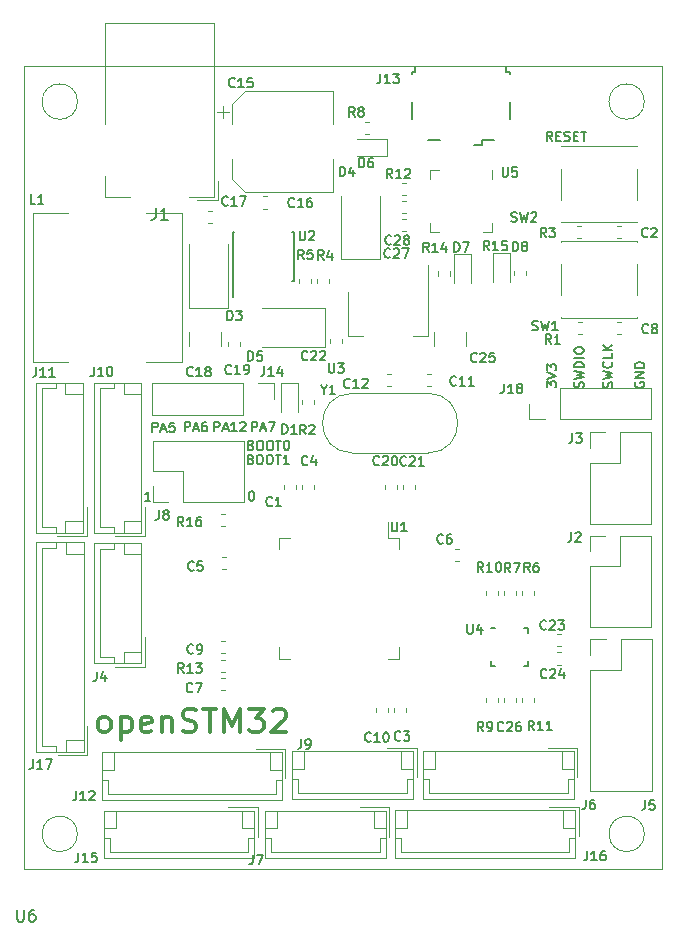
<source format=gbr>
G04 #@! TF.GenerationSoftware,KiCad,Pcbnew,5.1.5-52549c5~86~ubuntu18.04.1*
G04 #@! TF.CreationDate,2020-05-16T14:27:32+07:00*
G04 #@! TF.ProjectId,openSTM32F4_LQFP64,6f70656e-5354-44d3-9332-46345f4c5146,rev?*
G04 #@! TF.SameCoordinates,Original*
G04 #@! TF.FileFunction,Legend,Top*
G04 #@! TF.FilePolarity,Positive*
%FSLAX46Y46*%
G04 Gerber Fmt 4.6, Leading zero omitted, Abs format (unit mm)*
G04 Created by KiCad (PCBNEW 5.1.5-52549c5~86~ubuntu18.04.1) date 2020-05-16 14:27:32*
%MOMM*%
%LPD*%
G04 APERTURE LIST*
%ADD10C,0.150000*%
%ADD11C,0.300000*%
%ADD12C,0.120000*%
G04 APERTURE END LIST*
D10*
X184461295Y-47941184D02*
X184194628Y-47560232D01*
X184004152Y-47941184D02*
X184004152Y-47141184D01*
X184308914Y-47141184D01*
X184385104Y-47179280D01*
X184423200Y-47217375D01*
X184461295Y-47293565D01*
X184461295Y-47407851D01*
X184423200Y-47484041D01*
X184385104Y-47522137D01*
X184308914Y-47560232D01*
X184004152Y-47560232D01*
X184804152Y-47522137D02*
X185070819Y-47522137D01*
X185185104Y-47941184D02*
X184804152Y-47941184D01*
X184804152Y-47141184D01*
X185185104Y-47141184D01*
X185489866Y-47903089D02*
X185604152Y-47941184D01*
X185794628Y-47941184D01*
X185870819Y-47903089D01*
X185908914Y-47864994D01*
X185947009Y-47788803D01*
X185947009Y-47712613D01*
X185908914Y-47636422D01*
X185870819Y-47598327D01*
X185794628Y-47560232D01*
X185642247Y-47522137D01*
X185566057Y-47484041D01*
X185527961Y-47445946D01*
X185489866Y-47369756D01*
X185489866Y-47293565D01*
X185527961Y-47217375D01*
X185566057Y-47179280D01*
X185642247Y-47141184D01*
X185832723Y-47141184D01*
X185947009Y-47179280D01*
X186289866Y-47522137D02*
X186556533Y-47522137D01*
X186670819Y-47941184D02*
X186289866Y-47941184D01*
X186289866Y-47141184D01*
X186670819Y-47141184D01*
X186899390Y-47141184D02*
X187356533Y-47141184D01*
X187127961Y-47941184D02*
X187127961Y-47141184D01*
X191471600Y-68356403D02*
X191433504Y-68432594D01*
X191433504Y-68546880D01*
X191471600Y-68661165D01*
X191547790Y-68737356D01*
X191623980Y-68775451D01*
X191776361Y-68813546D01*
X191890647Y-68813546D01*
X192043028Y-68775451D01*
X192119219Y-68737356D01*
X192195409Y-68661165D01*
X192233504Y-68546880D01*
X192233504Y-68470689D01*
X192195409Y-68356403D01*
X192157314Y-68318308D01*
X191890647Y-68318308D01*
X191890647Y-68470689D01*
X192233504Y-67975451D02*
X191433504Y-67975451D01*
X192233504Y-67518308D01*
X191433504Y-67518308D01*
X192233504Y-67137356D02*
X191433504Y-67137356D01*
X191433504Y-66946880D01*
X191471600Y-66832594D01*
X191547790Y-66756403D01*
X191623980Y-66718308D01*
X191776361Y-66680213D01*
X191890647Y-66680213D01*
X192043028Y-66718308D01*
X192119219Y-66756403D01*
X192195409Y-66832594D01*
X192233504Y-66946880D01*
X192233504Y-67137356D01*
X189528409Y-68819803D02*
X189566504Y-68705518D01*
X189566504Y-68515041D01*
X189528409Y-68438851D01*
X189490314Y-68400756D01*
X189414123Y-68362660D01*
X189337933Y-68362660D01*
X189261742Y-68400756D01*
X189223647Y-68438851D01*
X189185552Y-68515041D01*
X189147457Y-68667422D01*
X189109361Y-68743613D01*
X189071266Y-68781708D01*
X188995076Y-68819803D01*
X188918885Y-68819803D01*
X188842695Y-68781708D01*
X188804600Y-68743613D01*
X188766504Y-68667422D01*
X188766504Y-68476946D01*
X188804600Y-68362660D01*
X188766504Y-68095994D02*
X189566504Y-67905518D01*
X188995076Y-67753137D01*
X189566504Y-67600756D01*
X188766504Y-67410280D01*
X189490314Y-66648375D02*
X189528409Y-66686470D01*
X189566504Y-66800756D01*
X189566504Y-66876946D01*
X189528409Y-66991232D01*
X189452219Y-67067422D01*
X189376028Y-67105518D01*
X189223647Y-67143613D01*
X189109361Y-67143613D01*
X188956980Y-67105518D01*
X188880790Y-67067422D01*
X188804600Y-66991232D01*
X188766504Y-66876946D01*
X188766504Y-66800756D01*
X188804600Y-66686470D01*
X188842695Y-66648375D01*
X189566504Y-65924565D02*
X189566504Y-66305518D01*
X188766504Y-66305518D01*
X189566504Y-65657899D02*
X188766504Y-65657899D01*
X189566504Y-65200756D02*
X189109361Y-65543613D01*
X188766504Y-65200756D02*
X189223647Y-65657899D01*
X187090009Y-68807118D02*
X187128104Y-68692832D01*
X187128104Y-68502356D01*
X187090009Y-68426165D01*
X187051914Y-68388070D01*
X186975723Y-68349975D01*
X186899533Y-68349975D01*
X186823342Y-68388070D01*
X186785247Y-68426165D01*
X186747152Y-68502356D01*
X186709057Y-68654737D01*
X186670961Y-68730927D01*
X186632866Y-68769022D01*
X186556676Y-68807118D01*
X186480485Y-68807118D01*
X186404295Y-68769022D01*
X186366200Y-68730927D01*
X186328104Y-68654737D01*
X186328104Y-68464260D01*
X186366200Y-68349975D01*
X186328104Y-68083308D02*
X187128104Y-67892832D01*
X186556676Y-67740451D01*
X187128104Y-67588070D01*
X186328104Y-67397594D01*
X187128104Y-67092832D02*
X186328104Y-67092832D01*
X186328104Y-66902356D01*
X186366200Y-66788070D01*
X186442390Y-66711880D01*
X186518580Y-66673784D01*
X186670961Y-66635689D01*
X186785247Y-66635689D01*
X186937628Y-66673784D01*
X187013819Y-66711880D01*
X187090009Y-66788070D01*
X187128104Y-66902356D01*
X187128104Y-67092832D01*
X187128104Y-66292832D02*
X186328104Y-66292832D01*
X186328104Y-65759499D02*
X186328104Y-65607118D01*
X186366200Y-65530927D01*
X186442390Y-65454737D01*
X186594771Y-65416641D01*
X186861438Y-65416641D01*
X187013819Y-65454737D01*
X187090009Y-65530927D01*
X187128104Y-65607118D01*
X187128104Y-65759499D01*
X187090009Y-65835689D01*
X187013819Y-65911880D01*
X186861438Y-65949975D01*
X186594771Y-65949975D01*
X186442390Y-65911880D01*
X186366200Y-65835689D01*
X186328104Y-65759499D01*
X184016704Y-68788156D02*
X184016704Y-68292918D01*
X184321466Y-68559584D01*
X184321466Y-68445299D01*
X184359561Y-68369108D01*
X184397657Y-68331013D01*
X184473847Y-68292918D01*
X184664323Y-68292918D01*
X184740514Y-68331013D01*
X184778609Y-68369108D01*
X184816704Y-68445299D01*
X184816704Y-68673870D01*
X184778609Y-68750060D01*
X184740514Y-68788156D01*
X184016704Y-68064346D02*
X184816704Y-67797680D01*
X184016704Y-67531013D01*
X184016704Y-67340537D02*
X184016704Y-66845299D01*
X184321466Y-67111965D01*
X184321466Y-66997680D01*
X184359561Y-66921489D01*
X184397657Y-66883394D01*
X184473847Y-66845299D01*
X184664323Y-66845299D01*
X184740514Y-66883394D01*
X184778609Y-66921489D01*
X184816704Y-66997680D01*
X184816704Y-67226251D01*
X184778609Y-67302441D01*
X184740514Y-67340537D01*
X158960824Y-77583084D02*
X159037015Y-77583084D01*
X159113205Y-77621180D01*
X159151300Y-77659275D01*
X159189396Y-77735465D01*
X159227491Y-77887846D01*
X159227491Y-78078322D01*
X159189396Y-78230703D01*
X159151300Y-78306894D01*
X159113205Y-78344989D01*
X159037015Y-78383084D01*
X158960824Y-78383084D01*
X158884634Y-78344989D01*
X158846539Y-78306894D01*
X158808443Y-78230703D01*
X158770348Y-78078322D01*
X158770348Y-77887846D01*
X158808443Y-77735465D01*
X158846539Y-77659275D01*
X158884634Y-77621180D01*
X158960824Y-77583084D01*
X150436551Y-78421184D02*
X149979408Y-78421184D01*
X150207980Y-78421184D02*
X150207980Y-77621184D01*
X150131789Y-77735470D01*
X150055599Y-77811660D01*
X149979408Y-77849756D01*
X158941953Y-74893177D02*
X159056239Y-74931272D01*
X159094334Y-74969367D01*
X159132429Y-75045558D01*
X159132429Y-75159843D01*
X159094334Y-75236034D01*
X159056239Y-75274129D01*
X158980048Y-75312224D01*
X158675286Y-75312224D01*
X158675286Y-74512224D01*
X158941953Y-74512224D01*
X159018143Y-74550320D01*
X159056239Y-74588415D01*
X159094334Y-74664605D01*
X159094334Y-74740796D01*
X159056239Y-74816986D01*
X159018143Y-74855081D01*
X158941953Y-74893177D01*
X158675286Y-74893177D01*
X159627667Y-74512224D02*
X159780048Y-74512224D01*
X159856239Y-74550320D01*
X159932429Y-74626510D01*
X159970524Y-74778891D01*
X159970524Y-75045558D01*
X159932429Y-75197939D01*
X159856239Y-75274129D01*
X159780048Y-75312224D01*
X159627667Y-75312224D01*
X159551477Y-75274129D01*
X159475286Y-75197939D01*
X159437191Y-75045558D01*
X159437191Y-74778891D01*
X159475286Y-74626510D01*
X159551477Y-74550320D01*
X159627667Y-74512224D01*
X160465762Y-74512224D02*
X160618143Y-74512224D01*
X160694334Y-74550320D01*
X160770524Y-74626510D01*
X160808620Y-74778891D01*
X160808620Y-75045558D01*
X160770524Y-75197939D01*
X160694334Y-75274129D01*
X160618143Y-75312224D01*
X160465762Y-75312224D01*
X160389572Y-75274129D01*
X160313381Y-75197939D01*
X160275286Y-75045558D01*
X160275286Y-74778891D01*
X160313381Y-74626510D01*
X160389572Y-74550320D01*
X160465762Y-74512224D01*
X161037191Y-74512224D02*
X161494334Y-74512224D01*
X161265762Y-75312224D02*
X161265762Y-74512224D01*
X162180048Y-75312224D02*
X161722905Y-75312224D01*
X161951477Y-75312224D02*
X161951477Y-74512224D01*
X161875286Y-74626510D01*
X161799096Y-74702700D01*
X161722905Y-74740796D01*
X158964813Y-73686677D02*
X159079099Y-73724772D01*
X159117194Y-73762867D01*
X159155289Y-73839058D01*
X159155289Y-73953343D01*
X159117194Y-74029534D01*
X159079099Y-74067629D01*
X159002908Y-74105724D01*
X158698146Y-74105724D01*
X158698146Y-73305724D01*
X158964813Y-73305724D01*
X159041003Y-73343820D01*
X159079099Y-73381915D01*
X159117194Y-73458105D01*
X159117194Y-73534296D01*
X159079099Y-73610486D01*
X159041003Y-73648581D01*
X158964813Y-73686677D01*
X158698146Y-73686677D01*
X159650527Y-73305724D02*
X159802908Y-73305724D01*
X159879099Y-73343820D01*
X159955289Y-73420010D01*
X159993384Y-73572391D01*
X159993384Y-73839058D01*
X159955289Y-73991439D01*
X159879099Y-74067629D01*
X159802908Y-74105724D01*
X159650527Y-74105724D01*
X159574337Y-74067629D01*
X159498146Y-73991439D01*
X159460051Y-73839058D01*
X159460051Y-73572391D01*
X159498146Y-73420010D01*
X159574337Y-73343820D01*
X159650527Y-73305724D01*
X160488622Y-73305724D02*
X160641003Y-73305724D01*
X160717194Y-73343820D01*
X160793384Y-73420010D01*
X160831480Y-73572391D01*
X160831480Y-73839058D01*
X160793384Y-73991439D01*
X160717194Y-74067629D01*
X160641003Y-74105724D01*
X160488622Y-74105724D01*
X160412432Y-74067629D01*
X160336241Y-73991439D01*
X160298146Y-73839058D01*
X160298146Y-73572391D01*
X160336241Y-73420010D01*
X160412432Y-73343820D01*
X160488622Y-73305724D01*
X161060051Y-73305724D02*
X161517194Y-73305724D01*
X161288622Y-74105724D02*
X161288622Y-73305724D01*
X161936241Y-73305724D02*
X162012432Y-73305724D01*
X162088622Y-73343820D01*
X162126718Y-73381915D01*
X162164813Y-73458105D01*
X162202908Y-73610486D01*
X162202908Y-73800962D01*
X162164813Y-73953343D01*
X162126718Y-74029534D01*
X162088622Y-74067629D01*
X162012432Y-74105724D01*
X161936241Y-74105724D01*
X161860051Y-74067629D01*
X161821956Y-74029534D01*
X161783860Y-73953343D01*
X161745765Y-73800962D01*
X161745765Y-73610486D01*
X161783860Y-73458105D01*
X161821956Y-73381915D01*
X161860051Y-73343820D01*
X161936241Y-73305724D01*
X159051106Y-72502984D02*
X159051106Y-71702984D01*
X159355868Y-71702984D01*
X159432059Y-71741080D01*
X159470154Y-71779175D01*
X159508249Y-71855365D01*
X159508249Y-71969651D01*
X159470154Y-72045841D01*
X159432059Y-72083937D01*
X159355868Y-72122032D01*
X159051106Y-72122032D01*
X159813011Y-72274413D02*
X160193963Y-72274413D01*
X159736820Y-72502984D02*
X160003487Y-71702984D01*
X160270154Y-72502984D01*
X160460630Y-71702984D02*
X160993963Y-71702984D01*
X160651106Y-72502984D01*
X155853294Y-72533464D02*
X155853294Y-71733464D01*
X156158056Y-71733464D01*
X156234246Y-71771560D01*
X156272341Y-71809655D01*
X156310437Y-71885845D01*
X156310437Y-72000131D01*
X156272341Y-72076321D01*
X156234246Y-72114417D01*
X156158056Y-72152512D01*
X155853294Y-72152512D01*
X156615199Y-72304893D02*
X156996151Y-72304893D01*
X156539008Y-72533464D02*
X156805675Y-71733464D01*
X157072341Y-72533464D01*
X157758056Y-72533464D02*
X157300913Y-72533464D01*
X157529484Y-72533464D02*
X157529484Y-71733464D01*
X157453294Y-71847750D01*
X157377103Y-71923940D01*
X157300913Y-71962036D01*
X158062818Y-71809655D02*
X158100913Y-71771560D01*
X158177103Y-71733464D01*
X158367580Y-71733464D01*
X158443770Y-71771560D01*
X158481865Y-71809655D01*
X158519960Y-71885845D01*
X158519960Y-71962036D01*
X158481865Y-72076321D01*
X158024722Y-72533464D01*
X158519960Y-72533464D01*
X153356426Y-72533464D02*
X153356426Y-71733464D01*
X153661188Y-71733464D01*
X153737379Y-71771560D01*
X153775474Y-71809655D01*
X153813569Y-71885845D01*
X153813569Y-72000131D01*
X153775474Y-72076321D01*
X153737379Y-72114417D01*
X153661188Y-72152512D01*
X153356426Y-72152512D01*
X154118331Y-72304893D02*
X154499283Y-72304893D01*
X154042140Y-72533464D02*
X154308807Y-71733464D01*
X154575474Y-72533464D01*
X155184998Y-71733464D02*
X155032617Y-71733464D01*
X154956426Y-71771560D01*
X154918331Y-71809655D01*
X154842140Y-71923940D01*
X154804045Y-72076321D01*
X154804045Y-72381083D01*
X154842140Y-72457274D01*
X154880236Y-72495369D01*
X154956426Y-72533464D01*
X155108807Y-72533464D01*
X155184998Y-72495369D01*
X155223093Y-72457274D01*
X155261188Y-72381083D01*
X155261188Y-72190607D01*
X155223093Y-72114417D01*
X155184998Y-72076321D01*
X155108807Y-72038226D01*
X154956426Y-72038226D01*
X154880236Y-72076321D01*
X154842140Y-72114417D01*
X154804045Y-72190607D01*
X150600526Y-72579184D02*
X150600526Y-71779184D01*
X150905288Y-71779184D01*
X150981479Y-71817280D01*
X151019574Y-71855375D01*
X151057669Y-71931565D01*
X151057669Y-72045851D01*
X151019574Y-72122041D01*
X150981479Y-72160137D01*
X150905288Y-72198232D01*
X150600526Y-72198232D01*
X151362431Y-72350613D02*
X151743383Y-72350613D01*
X151286240Y-72579184D02*
X151552907Y-71779184D01*
X151819574Y-72579184D01*
X152467193Y-71779184D02*
X152086240Y-71779184D01*
X152048145Y-72160137D01*
X152086240Y-72122041D01*
X152162431Y-72083946D01*
X152352907Y-72083946D01*
X152429098Y-72122041D01*
X152467193Y-72160137D01*
X152505288Y-72236327D01*
X152505288Y-72426803D01*
X152467193Y-72502994D01*
X152429098Y-72541089D01*
X152352907Y-72579184D01*
X152162431Y-72579184D01*
X152086240Y-72541089D01*
X152048145Y-72502994D01*
D11*
X146409438Y-98014041D02*
X146218961Y-97918803D01*
X146123723Y-97823565D01*
X146028485Y-97633089D01*
X146028485Y-97061660D01*
X146123723Y-96871184D01*
X146218961Y-96775946D01*
X146409438Y-96680708D01*
X146695152Y-96680708D01*
X146885628Y-96775946D01*
X146980866Y-96871184D01*
X147076104Y-97061660D01*
X147076104Y-97633089D01*
X146980866Y-97823565D01*
X146885628Y-97918803D01*
X146695152Y-98014041D01*
X146409438Y-98014041D01*
X147933247Y-96680708D02*
X147933247Y-98680708D01*
X147933247Y-96775946D02*
X148123723Y-96680708D01*
X148504676Y-96680708D01*
X148695152Y-96775946D01*
X148790390Y-96871184D01*
X148885628Y-97061660D01*
X148885628Y-97633089D01*
X148790390Y-97823565D01*
X148695152Y-97918803D01*
X148504676Y-98014041D01*
X148123723Y-98014041D01*
X147933247Y-97918803D01*
X150504676Y-97918803D02*
X150314200Y-98014041D01*
X149933247Y-98014041D01*
X149742771Y-97918803D01*
X149647533Y-97728327D01*
X149647533Y-96966422D01*
X149742771Y-96775946D01*
X149933247Y-96680708D01*
X150314200Y-96680708D01*
X150504676Y-96775946D01*
X150599914Y-96966422D01*
X150599914Y-97156899D01*
X149647533Y-97347375D01*
X151457057Y-96680708D02*
X151457057Y-98014041D01*
X151457057Y-96871184D02*
X151552295Y-96775946D01*
X151742771Y-96680708D01*
X152028485Y-96680708D01*
X152218961Y-96775946D01*
X152314200Y-96966422D01*
X152314200Y-98014041D01*
X153171342Y-97918803D02*
X153457057Y-98014041D01*
X153933247Y-98014041D01*
X154123723Y-97918803D01*
X154218961Y-97823565D01*
X154314200Y-97633089D01*
X154314200Y-97442613D01*
X154218961Y-97252137D01*
X154123723Y-97156899D01*
X153933247Y-97061660D01*
X153552295Y-96966422D01*
X153361819Y-96871184D01*
X153266580Y-96775946D01*
X153171342Y-96585470D01*
X153171342Y-96394994D01*
X153266580Y-96204518D01*
X153361819Y-96109280D01*
X153552295Y-96014041D01*
X154028485Y-96014041D01*
X154314200Y-96109280D01*
X154885628Y-96014041D02*
X156028485Y-96014041D01*
X155457057Y-98014041D02*
X155457057Y-96014041D01*
X156695152Y-98014041D02*
X156695152Y-96014041D01*
X157361819Y-97442613D01*
X158028485Y-96014041D01*
X158028485Y-98014041D01*
X158790390Y-96014041D02*
X160028485Y-96014041D01*
X159361819Y-96775946D01*
X159647533Y-96775946D01*
X159838009Y-96871184D01*
X159933247Y-96966422D01*
X160028485Y-97156899D01*
X160028485Y-97633089D01*
X159933247Y-97823565D01*
X159838009Y-97918803D01*
X159647533Y-98014041D01*
X159076104Y-98014041D01*
X158885628Y-97918803D01*
X158790390Y-97823565D01*
X160790390Y-96204518D02*
X160885628Y-96109280D01*
X161076104Y-96014041D01*
X161552295Y-96014041D01*
X161742771Y-96109280D01*
X161838009Y-96204518D01*
X161933247Y-96394994D01*
X161933247Y-96585470D01*
X161838009Y-96871184D01*
X160695152Y-98014041D01*
X161933247Y-98014041D01*
D12*
X155831600Y-52668680D02*
X153731600Y-52668680D01*
X156131600Y-52968680D02*
X156131600Y-51368680D01*
X154431600Y-52968680D02*
X156131600Y-52968680D01*
X146631600Y-52668680D02*
X146631600Y-50868680D01*
X148731600Y-52668680D02*
X146631600Y-52668680D01*
X155831600Y-37968680D02*
X155831600Y-52668680D01*
X146631600Y-37968680D02*
X155831600Y-37968680D01*
X146631600Y-46468680D02*
X146631600Y-37968680D01*
X144267240Y-44606480D02*
G75*
G03X144267240Y-44606480I-1500000J0D01*
G01*
X192267240Y-44606480D02*
G75*
G03X192267240Y-44606480I-1500000J0D01*
G01*
X192267240Y-106606480D02*
G75*
G03X192267240Y-106606480I-1500000J0D01*
G01*
X144267240Y-106606480D02*
G75*
G03X144267240Y-106606480I-1500000J0D01*
G01*
X193767240Y-109606480D02*
X139767240Y-109606480D01*
X193767240Y-41606480D02*
X193767240Y-109606480D01*
X139767240Y-41606480D02*
X193767240Y-41606480D01*
X139767240Y-109606480D02*
X139767240Y-41606480D01*
X187684100Y-90115080D02*
X189014100Y-90115080D01*
X187684100Y-91445080D02*
X187684100Y-90115080D01*
X190284100Y-90115080D02*
X192884100Y-90115080D01*
X190284100Y-92715080D02*
X190284100Y-90115080D01*
X187684100Y-92715080D02*
X190284100Y-92715080D01*
X192884100Y-90115080D02*
X192884100Y-102935080D01*
X187684100Y-92715080D02*
X187684100Y-102935080D01*
X187684100Y-102935080D02*
X192884100Y-102935080D01*
X182515200Y-71515280D02*
X182515200Y-70185280D01*
X183845200Y-71515280D02*
X182515200Y-71515280D01*
X185115200Y-71515280D02*
X185115200Y-68855280D01*
X185115200Y-68855280D02*
X192795200Y-68855280D01*
X185115200Y-71515280D02*
X192795200Y-71515280D01*
X192795200Y-71515280D02*
X192795200Y-68855280D01*
X156407033Y-80509840D02*
X156749567Y-80509840D01*
X156407033Y-79489840D02*
X156749567Y-79489840D01*
X156445133Y-94446820D02*
X156787667Y-94446820D01*
X156445133Y-93426820D02*
X156787667Y-93426820D01*
D10*
X179253080Y-89174520D02*
X179653080Y-89174520D01*
X182453080Y-89174520D02*
X182053080Y-89174520D01*
X182453080Y-89174520D02*
X182453080Y-89574520D01*
X182453080Y-92374520D02*
X182053080Y-92374520D01*
X182453080Y-92374520D02*
X182453080Y-91974520D01*
X179253080Y-92374520D02*
X179653080Y-92374520D01*
X179253080Y-92374520D02*
X179253080Y-91974520D01*
D12*
X187646000Y-72614480D02*
X188976000Y-72614480D01*
X187646000Y-73944480D02*
X187646000Y-72614480D01*
X190246000Y-72614480D02*
X192846000Y-72614480D01*
X190246000Y-75214480D02*
X190246000Y-72614480D01*
X187646000Y-75214480D02*
X190246000Y-75214480D01*
X192846000Y-72614480D02*
X192846000Y-80354480D01*
X187646000Y-75214480D02*
X187646000Y-80354480D01*
X187646000Y-80354480D02*
X192846000Y-80354480D01*
X187646000Y-81352080D02*
X188976000Y-81352080D01*
X187646000Y-82682080D02*
X187646000Y-81352080D01*
X190246000Y-81352080D02*
X192846000Y-81352080D01*
X190246000Y-83952080D02*
X190246000Y-81352080D01*
X187646000Y-83952080D02*
X190246000Y-83952080D01*
X192846000Y-81352080D02*
X192846000Y-89092080D01*
X187646000Y-83952080D02*
X187646000Y-89092080D01*
X187646000Y-89092080D02*
X192846000Y-89092080D01*
X172988400Y-99320200D02*
X170488400Y-99320200D01*
X172988400Y-101820200D02*
X172988400Y-99320200D01*
X163468400Y-101120200D02*
X163468400Y-99620200D01*
X162468400Y-101120200D02*
X163468400Y-101120200D01*
X171688400Y-101120200D02*
X171688400Y-99620200D01*
X172688400Y-101120200D02*
X171688400Y-101120200D01*
X162968400Y-101930200D02*
X162468400Y-101930200D01*
X162968400Y-103140200D02*
X162968400Y-101930200D01*
X172188400Y-103140200D02*
X162968400Y-103140200D01*
X172188400Y-101930200D02*
X172188400Y-103140200D01*
X172688400Y-101930200D02*
X172188400Y-101930200D01*
X162468400Y-103640200D02*
X172688400Y-103640200D01*
X162468400Y-99620200D02*
X162468400Y-103640200D01*
X172688400Y-99620200D02*
X162468400Y-99620200D01*
X172688400Y-103640200D02*
X172688400Y-99620200D01*
X170651600Y-104349400D02*
X168151600Y-104349400D01*
X170651600Y-106849400D02*
X170651600Y-104349400D01*
X161131600Y-106149400D02*
X161131600Y-104649400D01*
X160131600Y-106149400D02*
X161131600Y-106149400D01*
X169351600Y-106149400D02*
X169351600Y-104649400D01*
X170351600Y-106149400D02*
X169351600Y-106149400D01*
X160631600Y-106959400D02*
X160131600Y-106959400D01*
X160631600Y-108169400D02*
X160631600Y-106959400D01*
X169851600Y-108169400D02*
X160631600Y-108169400D01*
X169851600Y-106959400D02*
X169851600Y-108169400D01*
X170351600Y-106959400D02*
X169851600Y-106959400D01*
X160131600Y-108669400D02*
X170351600Y-108669400D01*
X160131600Y-104649400D02*
X160131600Y-108669400D01*
X170351600Y-104649400D02*
X160131600Y-104649400D01*
X170351600Y-108669400D02*
X170351600Y-104649400D01*
X149983340Y-92467860D02*
X149983340Y-89967860D01*
X147483340Y-92467860D02*
X149983340Y-92467860D01*
X148183340Y-82947860D02*
X149683340Y-82947860D01*
X148183340Y-81947860D02*
X148183340Y-82947860D01*
X148183340Y-91167860D02*
X149683340Y-91167860D01*
X148183340Y-92167860D02*
X148183340Y-91167860D01*
X147373340Y-82447860D02*
X147373340Y-81947860D01*
X146163340Y-82447860D02*
X147373340Y-82447860D01*
X146163340Y-91667860D02*
X146163340Y-82447860D01*
X147373340Y-91667860D02*
X146163340Y-91667860D01*
X147373340Y-92167860D02*
X147373340Y-91667860D01*
X145663340Y-81947860D02*
X145663340Y-92167860D01*
X149683340Y-81947860D02*
X145663340Y-81947860D01*
X149683340Y-92167860D02*
X149683340Y-81947860D01*
X145663340Y-92167860D02*
X149683340Y-92167860D01*
X160872480Y-68443800D02*
X160872480Y-69773800D01*
X159542480Y-68443800D02*
X160872480Y-68443800D01*
X158272480Y-68443800D02*
X158272480Y-71103800D01*
X158272480Y-71103800D02*
X150592480Y-71103800D01*
X158272480Y-68443800D02*
X150592480Y-68443800D01*
X150592480Y-68443800D02*
X150592480Y-71103800D01*
X150638200Y-78520600D02*
X150638200Y-77190600D01*
X151968200Y-78520600D02*
X150638200Y-78520600D01*
X150638200Y-75920600D02*
X150638200Y-73320600D01*
X153238200Y-75920600D02*
X150638200Y-75920600D01*
X153238200Y-78520600D02*
X153238200Y-75920600D01*
X150638200Y-73320600D02*
X158378200Y-73320600D01*
X153238200Y-78520600D02*
X158378200Y-78520600D01*
X158378200Y-78520600D02*
X158378200Y-73320600D01*
X172836300Y-77377107D02*
X172836300Y-77034573D01*
X171816300Y-77377107D02*
X171816300Y-77034573D01*
X166579280Y-57974440D02*
X166579280Y-52574440D01*
X169879280Y-57974440D02*
X169879280Y-52574440D01*
X166579280Y-57974440D02*
X169879280Y-57974440D01*
X153734500Y-62092800D02*
X153734500Y-56692800D01*
X157034500Y-62092800D02*
X157034500Y-56692800D01*
X153734500Y-62092800D02*
X157034500Y-62092800D01*
X165261500Y-65378600D02*
X159861500Y-65378600D01*
X165261500Y-62078600D02*
X159861500Y-62078600D01*
X165261500Y-65378600D02*
X165261500Y-62078600D01*
X167542280Y-69301120D02*
G75*
G03X167542280Y-74351120I0J-2525000D01*
G01*
X173942280Y-69301120D02*
G75*
G02X173942280Y-74351120I0J-2525000D01*
G01*
X173942280Y-69301120D02*
X167542280Y-69301120D01*
X173942280Y-74351120D02*
X167542280Y-74351120D01*
X153734940Y-64124756D02*
X153734940Y-65328884D01*
X156454940Y-64124756D02*
X156454940Y-65328884D01*
X177183880Y-65326344D02*
X177183880Y-64122216D01*
X174463880Y-65326344D02*
X174463880Y-64122216D01*
X156615120Y-44965520D02*
X156615120Y-45965520D01*
X156115120Y-45465520D02*
X157115120Y-45465520D01*
X157355120Y-51171083D02*
X158419557Y-52235520D01*
X157355120Y-44779957D02*
X158419557Y-43715520D01*
X157355120Y-44779957D02*
X157355120Y-46465520D01*
X157355120Y-51171083D02*
X157355120Y-49485520D01*
X158419557Y-52235520D02*
X165875120Y-52235520D01*
X158419557Y-43715520D02*
X165875120Y-43715520D01*
X165875120Y-43715520D02*
X165875120Y-46465520D01*
X165875120Y-52235520D02*
X165875120Y-49485520D01*
D10*
X174928120Y-47830360D02*
X173928120Y-47830360D01*
X178528120Y-47830360D02*
X179528120Y-47830360D01*
X178528120Y-48255360D02*
X178528120Y-47830360D01*
X177803120Y-48255360D02*
X178528120Y-48255360D01*
X172578120Y-44680360D02*
X172578120Y-46080360D01*
X172578120Y-42130360D02*
X172578120Y-42280360D01*
X172878120Y-42130360D02*
X172578120Y-42130360D01*
X172878120Y-41680360D02*
X172878120Y-42130360D01*
X180578120Y-42130360D02*
X180578120Y-41680360D01*
X180878120Y-42130360D02*
X180578120Y-42130360D01*
X180878120Y-42280360D02*
X180878120Y-42130360D01*
X180878120Y-46080360D02*
X180878120Y-44680360D01*
D12*
X179343200Y-51150200D02*
X179343200Y-50425200D01*
X174123200Y-55645200D02*
X174848200Y-55645200D01*
X174123200Y-54920200D02*
X174123200Y-55645200D01*
X174123200Y-50425200D02*
X174848200Y-50425200D01*
X174123200Y-51150200D02*
X174123200Y-50425200D01*
X179343200Y-55645200D02*
X178618200Y-55645200D01*
X179343200Y-54920200D02*
X179343200Y-55645200D01*
X173965920Y-58475440D02*
X173965920Y-64485440D01*
X167145920Y-60725440D02*
X167145920Y-64485440D01*
X173965920Y-64485440D02*
X172705920Y-64485440D01*
X167145920Y-64485440D02*
X168405920Y-64485440D01*
D10*
X157469600Y-59771100D02*
X157469600Y-61171100D01*
X162569600Y-59771100D02*
X162569600Y-55621100D01*
X157419600Y-59771100D02*
X157419600Y-55621100D01*
X162569600Y-59771100D02*
X162424600Y-59771100D01*
X162569600Y-55621100D02*
X162424600Y-55621100D01*
X157419600Y-55621100D02*
X157564600Y-55621100D01*
X157419600Y-59771100D02*
X157469600Y-59771100D01*
D12*
X170568100Y-81554800D02*
X170568100Y-80214800D01*
X171518100Y-81554800D02*
X170568100Y-81554800D01*
X171518100Y-82504800D02*
X171518100Y-81554800D01*
X171518100Y-91774800D02*
X170568100Y-91774800D01*
X171518100Y-90824800D02*
X171518100Y-91774800D01*
X161298100Y-81554800D02*
X162248100Y-81554800D01*
X161298100Y-82504800D02*
X161298100Y-81554800D01*
X161298100Y-91774800D02*
X162248100Y-91774800D01*
X161298100Y-90824800D02*
X161298100Y-91774800D01*
X191634500Y-48370100D02*
X185174500Y-48370100D01*
X191634500Y-52900100D02*
X191634500Y-50300100D01*
X191634500Y-54830100D02*
X185174500Y-54830100D01*
X185174500Y-52900100D02*
X185174500Y-50300100D01*
X191634500Y-54800100D02*
X191634500Y-54830100D01*
X191634500Y-48370100D02*
X191634500Y-48400100D01*
X185174500Y-48370100D02*
X185174500Y-48400100D01*
X185174500Y-54830100D02*
X185174500Y-54800100D01*
X191677680Y-56449840D02*
X185217680Y-56449840D01*
X191677680Y-60979840D02*
X191677680Y-58379840D01*
X191677680Y-62909840D02*
X185217680Y-62909840D01*
X185217680Y-60979840D02*
X185217680Y-58379840D01*
X191677680Y-62879840D02*
X191677680Y-62909840D01*
X191677680Y-56449840D02*
X191677680Y-56479840D01*
X185217680Y-56449840D02*
X185217680Y-56479840D01*
X185217680Y-62909840D02*
X185217680Y-62879840D01*
X182267320Y-59271987D02*
X182267320Y-58929453D01*
X181247320Y-59271987D02*
X181247320Y-58929453D01*
X175790320Y-59330407D02*
X175790320Y-58987873D01*
X174770320Y-59330407D02*
X174770320Y-58987873D01*
X171751173Y-52529200D02*
X172093707Y-52529200D01*
X171751173Y-51509200D02*
X172093707Y-51509200D01*
X181917880Y-95107973D02*
X181917880Y-95450507D01*
X182937880Y-95107973D02*
X182937880Y-95450507D01*
X178880040Y-86065573D02*
X178880040Y-86408107D01*
X179900040Y-86065573D02*
X179900040Y-86408107D01*
X178819080Y-95130773D02*
X178819080Y-95473307D01*
X179839080Y-95130773D02*
X179839080Y-95473307D01*
X168977127Y-46370780D02*
X168634593Y-46370780D01*
X168977127Y-47390780D02*
X168634593Y-47390780D01*
X180404040Y-86065573D02*
X180404040Y-86408107D01*
X181424040Y-86065573D02*
X181424040Y-86408107D01*
X181928040Y-86076973D02*
X181928040Y-86419507D01*
X182948040Y-86076973D02*
X182948040Y-86419507D01*
X164035200Y-59950167D02*
X164035200Y-59607633D01*
X163015200Y-59950167D02*
X163015200Y-59607633D01*
X164526500Y-59594933D02*
X164526500Y-59937467D01*
X165546500Y-59594933D02*
X165546500Y-59937467D01*
X186566993Y-56158860D02*
X186909527Y-56158860D01*
X186566993Y-55138860D02*
X186909527Y-55138860D01*
X163274280Y-69907333D02*
X163274280Y-70249867D01*
X164294280Y-69907333D02*
X164294280Y-70249867D01*
X186615253Y-64251300D02*
X186957787Y-64251300D01*
X186615253Y-63231300D02*
X186957787Y-63231300D01*
X153086600Y-66675800D02*
X150086600Y-66675800D01*
X153086600Y-54075800D02*
X153086600Y-66675800D01*
X150086600Y-54075800D02*
X153086600Y-54075800D01*
X140486600Y-54075800D02*
X143486600Y-54075800D01*
X140486600Y-66675800D02*
X140486600Y-54075800D01*
X143486600Y-66675800D02*
X140486600Y-66675800D01*
X145101460Y-99955780D02*
X145101460Y-97455780D01*
X142601460Y-99955780D02*
X145101460Y-99955780D01*
X143301460Y-82935780D02*
X144801460Y-82935780D01*
X143301460Y-81935780D02*
X143301460Y-82935780D01*
X143301460Y-98655780D02*
X144801460Y-98655780D01*
X143301460Y-99655780D02*
X143301460Y-98655780D01*
X142491460Y-82435780D02*
X142491460Y-81935780D01*
X141281460Y-82435780D02*
X142491460Y-82435780D01*
X141281460Y-99155780D02*
X141281460Y-82435780D01*
X142491460Y-99155780D02*
X141281460Y-99155780D01*
X142491460Y-99655780D02*
X142491460Y-99155780D01*
X140781460Y-81935780D02*
X140781460Y-99655780D01*
X144801460Y-81935780D02*
X140781460Y-81935780D01*
X144801460Y-99655780D02*
X144801460Y-81935780D01*
X140781460Y-99655780D02*
X144801460Y-99655780D01*
X186704400Y-104324000D02*
X184204400Y-104324000D01*
X186704400Y-106824000D02*
X186704400Y-104324000D01*
X172184400Y-106124000D02*
X172184400Y-104624000D01*
X171184400Y-106124000D02*
X172184400Y-106124000D01*
X185404400Y-106124000D02*
X185404400Y-104624000D01*
X186404400Y-106124000D02*
X185404400Y-106124000D01*
X171684400Y-106934000D02*
X171184400Y-106934000D01*
X171684400Y-108144000D02*
X171684400Y-106934000D01*
X185904400Y-108144000D02*
X171684400Y-108144000D01*
X185904400Y-106934000D02*
X185904400Y-108144000D01*
X186404400Y-106934000D02*
X185904400Y-106934000D01*
X171184400Y-108644000D02*
X186404400Y-108644000D01*
X171184400Y-104624000D02*
X171184400Y-108644000D01*
X186404400Y-104624000D02*
X171184400Y-104624000D01*
X186404400Y-108644000D02*
X186404400Y-104624000D01*
X159526400Y-104349400D02*
X157026400Y-104349400D01*
X159526400Y-106849400D02*
X159526400Y-104349400D01*
X147506400Y-106149400D02*
X147506400Y-104649400D01*
X146506400Y-106149400D02*
X147506400Y-106149400D01*
X158226400Y-106149400D02*
X158226400Y-104649400D01*
X159226400Y-106149400D02*
X158226400Y-106149400D01*
X147006400Y-106959400D02*
X146506400Y-106959400D01*
X147006400Y-108169400D02*
X147006400Y-106959400D01*
X158726400Y-108169400D02*
X147006400Y-108169400D01*
X158726400Y-106959400D02*
X158726400Y-108169400D01*
X159226400Y-106959400D02*
X158726400Y-106959400D01*
X146506400Y-108669400D02*
X159226400Y-108669400D01*
X146506400Y-104649400D02*
X146506400Y-108669400D01*
X159226400Y-104649400D02*
X146506400Y-104649400D01*
X159226400Y-108669400D02*
X159226400Y-104649400D01*
X161863200Y-99396400D02*
X159363200Y-99396400D01*
X161863200Y-101896400D02*
X161863200Y-99396400D01*
X147343200Y-101196400D02*
X147343200Y-99696400D01*
X146343200Y-101196400D02*
X147343200Y-101196400D01*
X160563200Y-101196400D02*
X160563200Y-99696400D01*
X161563200Y-101196400D02*
X160563200Y-101196400D01*
X146843200Y-102006400D02*
X146343200Y-102006400D01*
X146843200Y-103216400D02*
X146843200Y-102006400D01*
X161063200Y-103216400D02*
X146843200Y-103216400D01*
X161063200Y-102006400D02*
X161063200Y-103216400D01*
X161563200Y-102006400D02*
X161063200Y-102006400D01*
X146343200Y-103716400D02*
X161563200Y-103716400D01*
X146343200Y-99696400D02*
X146343200Y-103716400D01*
X161563200Y-99696400D02*
X146343200Y-99696400D01*
X161563200Y-103716400D02*
X161563200Y-99696400D01*
X145050660Y-81413780D02*
X145050660Y-78913780D01*
X142550660Y-81413780D02*
X145050660Y-81413780D01*
X143250660Y-69393780D02*
X144750660Y-69393780D01*
X143250660Y-68393780D02*
X143250660Y-69393780D01*
X143250660Y-80113780D02*
X144750660Y-80113780D01*
X143250660Y-81113780D02*
X143250660Y-80113780D01*
X142440660Y-68893780D02*
X142440660Y-68393780D01*
X141230660Y-68893780D02*
X142440660Y-68893780D01*
X141230660Y-80613780D02*
X141230660Y-68893780D01*
X142440660Y-80613780D02*
X141230660Y-80613780D01*
X142440660Y-81113780D02*
X142440660Y-80613780D01*
X140730660Y-68393780D02*
X140730660Y-81113780D01*
X144750660Y-68393780D02*
X140730660Y-68393780D01*
X144750660Y-81113780D02*
X144750660Y-68393780D01*
X140730660Y-81113780D02*
X144750660Y-81113780D01*
X149978260Y-81413780D02*
X149978260Y-78913780D01*
X147478260Y-81413780D02*
X149978260Y-81413780D01*
X148178260Y-69393780D02*
X149678260Y-69393780D01*
X148178260Y-68393780D02*
X148178260Y-69393780D01*
X148178260Y-80113780D02*
X149678260Y-80113780D01*
X148178260Y-81113780D02*
X148178260Y-80113780D01*
X147368260Y-68893780D02*
X147368260Y-68393780D01*
X146158260Y-68893780D02*
X147368260Y-68893780D01*
X146158260Y-80613780D02*
X146158260Y-68893780D01*
X147368260Y-80613780D02*
X146158260Y-80613780D01*
X147368260Y-81113780D02*
X147368260Y-80613780D01*
X145658260Y-68393780D02*
X145658260Y-81113780D01*
X149678260Y-68393780D02*
X145658260Y-68393780D01*
X149678260Y-81113780D02*
X149678260Y-68393780D01*
X145658260Y-81113780D02*
X149678260Y-81113780D01*
X186582480Y-99330360D02*
X184082480Y-99330360D01*
X186582480Y-101830360D02*
X186582480Y-99330360D01*
X174562480Y-101130360D02*
X174562480Y-99630360D01*
X173562480Y-101130360D02*
X174562480Y-101130360D01*
X185282480Y-101130360D02*
X185282480Y-99630360D01*
X186282480Y-101130360D02*
X185282480Y-101130360D01*
X174062480Y-101940360D02*
X173562480Y-101940360D01*
X174062480Y-103150360D02*
X174062480Y-101940360D01*
X185782480Y-103150360D02*
X174062480Y-103150360D01*
X185782480Y-101940360D02*
X185782480Y-103150360D01*
X186282480Y-101940360D02*
X185782480Y-101940360D01*
X173562480Y-103650360D02*
X186282480Y-103650360D01*
X173562480Y-99630360D02*
X173562480Y-103650360D01*
X186282480Y-99630360D02*
X173562480Y-99630360D01*
X186282480Y-103650360D02*
X186282480Y-99630360D01*
X179452600Y-57461040D02*
X179452600Y-59921040D01*
X180922600Y-57461040D02*
X179452600Y-57461040D01*
X180922600Y-59921040D02*
X180922600Y-57461040D01*
X176117580Y-57522000D02*
X176117580Y-59982000D01*
X177587580Y-57522000D02*
X176117580Y-57522000D01*
X177587580Y-59982000D02*
X177587580Y-57522000D01*
X170436760Y-47732260D02*
X167976760Y-47732260D01*
X170436760Y-49202260D02*
X170436760Y-47732260D01*
X167976760Y-49202260D02*
X170436760Y-49202260D01*
X161499880Y-68441460D02*
X161499880Y-70901460D01*
X162969880Y-68441460D02*
X161499880Y-68441460D01*
X162969880Y-70901460D02*
X162969880Y-68441460D01*
X171758793Y-54043040D02*
X172101327Y-54043040D01*
X171758793Y-53023040D02*
X172101327Y-53023040D01*
X171756253Y-55567040D02*
X172098787Y-55567040D01*
X171756253Y-54547040D02*
X172098787Y-54547040D01*
X180343080Y-95119373D02*
X180343080Y-95461907D01*
X181363080Y-95119373D02*
X181363080Y-95461907D01*
X184884273Y-92267500D02*
X185226807Y-92267500D01*
X184884273Y-91247500D02*
X185226807Y-91247500D01*
X184893133Y-90710480D02*
X185235667Y-90710480D01*
X184893133Y-89690480D02*
X185235667Y-89690480D01*
X165641560Y-64710493D02*
X165641560Y-65053027D01*
X166661560Y-64710493D02*
X166661560Y-65053027D01*
X189942653Y-56151240D02*
X190285187Y-56151240D01*
X189942653Y-55131240D02*
X190285187Y-55131240D01*
X156982700Y-64930233D02*
X156982700Y-65272767D01*
X158002700Y-64930233D02*
X158002700Y-65272767D01*
X155354233Y-54866000D02*
X155696767Y-54866000D01*
X155354233Y-53846000D02*
X155696767Y-53846000D01*
X159977033Y-53659500D02*
X160319567Y-53659500D01*
X159977033Y-52639500D02*
X160319567Y-52639500D01*
X170838947Y-67694080D02*
X170496413Y-67694080D01*
X170838947Y-68714080D02*
X170496413Y-68714080D01*
X173856833Y-68726780D02*
X174199367Y-68726780D01*
X173856833Y-67706780D02*
X174199367Y-67706780D01*
X169512520Y-95960113D02*
X169512520Y-96302647D01*
X170532520Y-95960113D02*
X170532520Y-96302647D01*
X156782587Y-90300080D02*
X156440053Y-90300080D01*
X156782587Y-91320080D02*
X156440053Y-91320080D01*
X189978213Y-64256380D02*
X190320747Y-64256380D01*
X189978213Y-63236380D02*
X190320747Y-63236380D01*
X156782587Y-91879960D02*
X156440053Y-91879960D01*
X156782587Y-92899960D02*
X156440053Y-92899960D01*
X176206333Y-83471480D02*
X176548867Y-83471480D01*
X176206333Y-82451480D02*
X176548867Y-82451480D01*
X156830847Y-83157600D02*
X156488313Y-83157600D01*
X156830847Y-84177600D02*
X156488313Y-84177600D01*
X164324760Y-77375807D02*
X164324760Y-77033273D01*
X163304760Y-77375807D02*
X163304760Y-77033273D01*
X171041600Y-95952493D02*
X171041600Y-96295027D01*
X172061600Y-95952493D02*
X172061600Y-96295027D01*
X171289440Y-77392347D02*
X171289440Y-77049813D01*
X170269440Y-77392347D02*
X170269440Y-77049813D01*
X162800760Y-77397427D02*
X162800760Y-77054893D01*
X161780760Y-77397427D02*
X161780760Y-77054893D01*
D10*
X150898266Y-53621060D02*
X150898266Y-54335346D01*
X150850647Y-54478203D01*
X150755409Y-54573441D01*
X150612552Y-54621060D01*
X150517314Y-54621060D01*
X151898266Y-54621060D02*
X151326838Y-54621060D01*
X151612552Y-54621060D02*
X151612552Y-53621060D01*
X151517314Y-53763918D01*
X151422076Y-53859156D01*
X151326838Y-53906775D01*
X139155335Y-113033860D02*
X139155335Y-113843384D01*
X139202954Y-113938622D01*
X139250573Y-113986241D01*
X139345811Y-114033860D01*
X139536287Y-114033860D01*
X139631525Y-113986241D01*
X139679144Y-113938622D01*
X139726763Y-113843384D01*
X139726763Y-113033860D01*
X140631525Y-113033860D02*
X140441049Y-113033860D01*
X140345811Y-113081480D01*
X140298192Y-113129099D01*
X140202954Y-113271956D01*
X140155335Y-113462432D01*
X140155335Y-113843384D01*
X140202954Y-113938622D01*
X140250573Y-113986241D01*
X140345811Y-114033860D01*
X140536287Y-114033860D01*
X140631525Y-113986241D01*
X140679144Y-113938622D01*
X140726763Y-113843384D01*
X140726763Y-113605289D01*
X140679144Y-113510051D01*
X140631525Y-113462432D01*
X140536287Y-113414813D01*
X140345811Y-113414813D01*
X140250573Y-113462432D01*
X140202954Y-113510051D01*
X140155335Y-113605289D01*
X192336453Y-103745084D02*
X192336453Y-104316513D01*
X192298358Y-104430799D01*
X192222167Y-104506989D01*
X192107881Y-104545084D01*
X192031691Y-104545084D01*
X193098358Y-103745084D02*
X192717405Y-103745084D01*
X192679310Y-104126037D01*
X192717405Y-104087941D01*
X192793596Y-104049846D01*
X192984072Y-104049846D01*
X193060262Y-104087941D01*
X193098358Y-104126037D01*
X193136453Y-104202227D01*
X193136453Y-104392703D01*
X193098358Y-104468894D01*
X193060262Y-104506989D01*
X192984072Y-104545084D01*
X192793596Y-104545084D01*
X192717405Y-104506989D01*
X192679310Y-104468894D01*
X180365480Y-68507664D02*
X180365480Y-69079093D01*
X180327385Y-69193379D01*
X180251195Y-69269569D01*
X180136909Y-69307664D01*
X180060719Y-69307664D01*
X181165480Y-69307664D02*
X180708338Y-69307664D01*
X180936909Y-69307664D02*
X180936909Y-68507664D01*
X180860719Y-68621950D01*
X180784528Y-68698140D01*
X180708338Y-68736236D01*
X181622623Y-68850521D02*
X181546433Y-68812426D01*
X181508338Y-68774331D01*
X181470242Y-68698140D01*
X181470242Y-68660045D01*
X181508338Y-68583855D01*
X181546433Y-68545760D01*
X181622623Y-68507664D01*
X181775004Y-68507664D01*
X181851195Y-68545760D01*
X181889290Y-68583855D01*
X181927385Y-68660045D01*
X181927385Y-68698140D01*
X181889290Y-68774331D01*
X181851195Y-68812426D01*
X181775004Y-68850521D01*
X181622623Y-68850521D01*
X181546433Y-68888617D01*
X181508338Y-68926712D01*
X181470242Y-69002902D01*
X181470242Y-69155283D01*
X181508338Y-69231474D01*
X181546433Y-69269569D01*
X181622623Y-69307664D01*
X181775004Y-69307664D01*
X181851195Y-69269569D01*
X181889290Y-69231474D01*
X181927385Y-69155283D01*
X181927385Y-69002902D01*
X181889290Y-68926712D01*
X181851195Y-68888617D01*
X181775004Y-68850521D01*
X153247154Y-80567484D02*
X152980487Y-80186532D01*
X152790011Y-80567484D02*
X152790011Y-79767484D01*
X153094773Y-79767484D01*
X153170963Y-79805580D01*
X153209059Y-79843675D01*
X153247154Y-79919865D01*
X153247154Y-80034151D01*
X153209059Y-80110341D01*
X153170963Y-80148437D01*
X153094773Y-80186532D01*
X152790011Y-80186532D01*
X154009059Y-80567484D02*
X153551916Y-80567484D01*
X153780487Y-80567484D02*
X153780487Y-79767484D01*
X153704297Y-79881770D01*
X153628106Y-79957960D01*
X153551916Y-79996056D01*
X154694773Y-79767484D02*
X154542392Y-79767484D01*
X154466201Y-79805580D01*
X154428106Y-79843675D01*
X154351916Y-79957960D01*
X154313820Y-80110341D01*
X154313820Y-80415103D01*
X154351916Y-80491294D01*
X154390011Y-80529389D01*
X154466201Y-80567484D01*
X154618582Y-80567484D01*
X154694773Y-80529389D01*
X154732868Y-80491294D01*
X154770963Y-80415103D01*
X154770963Y-80224627D01*
X154732868Y-80148437D01*
X154694773Y-80110341D01*
X154618582Y-80072246D01*
X154466201Y-80072246D01*
X154390011Y-80110341D01*
X154351916Y-80148437D01*
X154313820Y-80224627D01*
X153252234Y-92962684D02*
X152985567Y-92581732D01*
X152795091Y-92962684D02*
X152795091Y-92162684D01*
X153099853Y-92162684D01*
X153176043Y-92200780D01*
X153214139Y-92238875D01*
X153252234Y-92315065D01*
X153252234Y-92429351D01*
X153214139Y-92505541D01*
X153176043Y-92543637D01*
X153099853Y-92581732D01*
X152795091Y-92581732D01*
X154014139Y-92962684D02*
X153556996Y-92962684D01*
X153785567Y-92962684D02*
X153785567Y-92162684D01*
X153709377Y-92276970D01*
X153633186Y-92353160D01*
X153556996Y-92391256D01*
X154280805Y-92162684D02*
X154776043Y-92162684D01*
X154509377Y-92467446D01*
X154623662Y-92467446D01*
X154699853Y-92505541D01*
X154737948Y-92543637D01*
X154776043Y-92619827D01*
X154776043Y-92810303D01*
X154737948Y-92886494D01*
X154699853Y-92924589D01*
X154623662Y-92962684D01*
X154395091Y-92962684D01*
X154318900Y-92924589D01*
X154280805Y-92886494D01*
X177281916Y-88842904D02*
X177281916Y-89490523D01*
X177320011Y-89566714D01*
X177358106Y-89604809D01*
X177434297Y-89642904D01*
X177586678Y-89642904D01*
X177662868Y-89604809D01*
X177700963Y-89566714D01*
X177739059Y-89490523D01*
X177739059Y-88842904D01*
X178462868Y-89109571D02*
X178462868Y-89642904D01*
X178272392Y-88804809D02*
X178081916Y-89376238D01*
X178577154Y-89376238D01*
X186169333Y-72683424D02*
X186169333Y-73254853D01*
X186131238Y-73369139D01*
X186055047Y-73445329D01*
X185940761Y-73483424D01*
X185864571Y-73483424D01*
X186474095Y-72683424D02*
X186969333Y-72683424D01*
X186702666Y-72988186D01*
X186816952Y-72988186D01*
X186893142Y-73026281D01*
X186931238Y-73064377D01*
X186969333Y-73140567D01*
X186969333Y-73331043D01*
X186931238Y-73407234D01*
X186893142Y-73445329D01*
X186816952Y-73483424D01*
X186588380Y-73483424D01*
X186512190Y-73445329D01*
X186474095Y-73407234D01*
X186075353Y-81080664D02*
X186075353Y-81652093D01*
X186037258Y-81766379D01*
X185961067Y-81842569D01*
X185846781Y-81880664D01*
X185770591Y-81880664D01*
X186418210Y-81156855D02*
X186456305Y-81118760D01*
X186532496Y-81080664D01*
X186722972Y-81080664D01*
X186799162Y-81118760D01*
X186837258Y-81156855D01*
X186875353Y-81233045D01*
X186875353Y-81309236D01*
X186837258Y-81423521D01*
X186380115Y-81880664D01*
X186875353Y-81880664D01*
X163207733Y-98601584D02*
X163207733Y-99173013D01*
X163169638Y-99287299D01*
X163093447Y-99363489D01*
X162979161Y-99401584D01*
X162902971Y-99401584D01*
X163626780Y-99401584D02*
X163779161Y-99401584D01*
X163855352Y-99363489D01*
X163893447Y-99325394D01*
X163969638Y-99211108D01*
X164007733Y-99058727D01*
X164007733Y-98753965D01*
X163969638Y-98677775D01*
X163931542Y-98639680D01*
X163855352Y-98601584D01*
X163702971Y-98601584D01*
X163626780Y-98639680D01*
X163588685Y-98677775D01*
X163550590Y-98753965D01*
X163550590Y-98944441D01*
X163588685Y-99020632D01*
X163626780Y-99058727D01*
X163702971Y-99096822D01*
X163855352Y-99096822D01*
X163931542Y-99058727D01*
X163969638Y-99020632D01*
X164007733Y-98944441D01*
X159125953Y-108378044D02*
X159125953Y-108949473D01*
X159087858Y-109063759D01*
X159011667Y-109139949D01*
X158897381Y-109178044D01*
X158821191Y-109178044D01*
X159430715Y-108378044D02*
X159964048Y-108378044D01*
X159621191Y-109178044D01*
X145910333Y-92866264D02*
X145910333Y-93437693D01*
X145872238Y-93551979D01*
X145796047Y-93628169D01*
X145681761Y-93666264D01*
X145605571Y-93666264D01*
X146634142Y-93132931D02*
X146634142Y-93666264D01*
X146443666Y-92828169D02*
X146253190Y-93399598D01*
X146748428Y-93399598D01*
X160098820Y-67016684D02*
X160098820Y-67588113D01*
X160060725Y-67702399D01*
X159984535Y-67778589D01*
X159870249Y-67816684D01*
X159794059Y-67816684D01*
X160898820Y-67816684D02*
X160441678Y-67816684D01*
X160670249Y-67816684D02*
X160670249Y-67016684D01*
X160594059Y-67130970D01*
X160517868Y-67207160D01*
X160441678Y-67245256D01*
X161584535Y-67283351D02*
X161584535Y-67816684D01*
X161394059Y-66978589D02*
X161203582Y-67550018D01*
X161698820Y-67550018D01*
X151178293Y-79198524D02*
X151178293Y-79769953D01*
X151140198Y-79884239D01*
X151064007Y-79960429D01*
X150949721Y-79998524D01*
X150873531Y-79998524D01*
X151673531Y-79541381D02*
X151597340Y-79503286D01*
X151559245Y-79465191D01*
X151521150Y-79389000D01*
X151521150Y-79350905D01*
X151559245Y-79274715D01*
X151597340Y-79236620D01*
X151673531Y-79198524D01*
X151825912Y-79198524D01*
X151902102Y-79236620D01*
X151940198Y-79274715D01*
X151978293Y-79350905D01*
X151978293Y-79389000D01*
X151940198Y-79465191D01*
X151902102Y-79503286D01*
X151825912Y-79541381D01*
X151673531Y-79541381D01*
X151597340Y-79579477D01*
X151559245Y-79617572D01*
X151521150Y-79693762D01*
X151521150Y-79846143D01*
X151559245Y-79922334D01*
X151597340Y-79960429D01*
X151673531Y-79998524D01*
X151825912Y-79998524D01*
X151902102Y-79960429D01*
X151940198Y-79922334D01*
X151978293Y-79846143D01*
X151978293Y-79693762D01*
X151940198Y-79617572D01*
X151902102Y-79579477D01*
X151825912Y-79541381D01*
X172086334Y-75350334D02*
X172048239Y-75388429D01*
X171933953Y-75426524D01*
X171857762Y-75426524D01*
X171743477Y-75388429D01*
X171667286Y-75312239D01*
X171629191Y-75236048D01*
X171591096Y-75083667D01*
X171591096Y-74969381D01*
X171629191Y-74817000D01*
X171667286Y-74740810D01*
X171743477Y-74664620D01*
X171857762Y-74626524D01*
X171933953Y-74626524D01*
X172048239Y-74664620D01*
X172086334Y-74702715D01*
X172391096Y-74702715D02*
X172429191Y-74664620D01*
X172505381Y-74626524D01*
X172695858Y-74626524D01*
X172772048Y-74664620D01*
X172810143Y-74702715D01*
X172848239Y-74778905D01*
X172848239Y-74855096D01*
X172810143Y-74969381D01*
X172353000Y-75426524D01*
X172848239Y-75426524D01*
X173610143Y-75426524D02*
X173153000Y-75426524D01*
X173381572Y-75426524D02*
X173381572Y-74626524D01*
X173305381Y-74740810D01*
X173229191Y-74817000D01*
X173153000Y-74855096D01*
X166470403Y-50940924D02*
X166470403Y-50140924D01*
X166660880Y-50140924D01*
X166775165Y-50179020D01*
X166851356Y-50255210D01*
X166889451Y-50331400D01*
X166927546Y-50483781D01*
X166927546Y-50598067D01*
X166889451Y-50750448D01*
X166851356Y-50826639D01*
X166775165Y-50902829D01*
X166660880Y-50940924D01*
X166470403Y-50940924D01*
X167613260Y-50407591D02*
X167613260Y-50940924D01*
X167422784Y-50102829D02*
X167232308Y-50674258D01*
X167727546Y-50674258D01*
X156965723Y-63120224D02*
X156965723Y-62320224D01*
X157156200Y-62320224D01*
X157270485Y-62358320D01*
X157346676Y-62434510D01*
X157384771Y-62510700D01*
X157422866Y-62663081D01*
X157422866Y-62777367D01*
X157384771Y-62929748D01*
X157346676Y-63005939D01*
X157270485Y-63082129D01*
X157156200Y-63120224D01*
X156965723Y-63120224D01*
X157689533Y-62320224D02*
X158184771Y-62320224D01*
X157918104Y-62624986D01*
X158032390Y-62624986D01*
X158108580Y-62663081D01*
X158146676Y-62701177D01*
X158184771Y-62777367D01*
X158184771Y-62967843D01*
X158146676Y-63044034D01*
X158108580Y-63082129D01*
X158032390Y-63120224D01*
X157803819Y-63120224D01*
X157727628Y-63082129D01*
X157689533Y-63044034D01*
X158715783Y-66528904D02*
X158715783Y-65728904D01*
X158906260Y-65728904D01*
X159020545Y-65767000D01*
X159096736Y-65843190D01*
X159134831Y-65919380D01*
X159172926Y-66071761D01*
X159172926Y-66186047D01*
X159134831Y-66338428D01*
X159096736Y-66414619D01*
X159020545Y-66490809D01*
X158906260Y-66528904D01*
X158715783Y-66528904D01*
X159896736Y-65728904D02*
X159515783Y-65728904D01*
X159477688Y-66109857D01*
X159515783Y-66071761D01*
X159591974Y-66033666D01*
X159782450Y-66033666D01*
X159858640Y-66071761D01*
X159896736Y-66109857D01*
X159934831Y-66186047D01*
X159934831Y-66376523D01*
X159896736Y-66452714D01*
X159858640Y-66490809D01*
X159782450Y-66528904D01*
X159591974Y-66528904D01*
X159515783Y-66490809D01*
X159477688Y-66452714D01*
X165130527Y-69000372D02*
X165130527Y-69381324D01*
X164863860Y-68581324D02*
X165130527Y-69000372D01*
X165397194Y-68581324D01*
X166082908Y-69381324D02*
X165625765Y-69381324D01*
X165854337Y-69381324D02*
X165854337Y-68581324D01*
X165778146Y-68695610D01*
X165701956Y-68771800D01*
X165625765Y-68809896D01*
X154026934Y-67803994D02*
X153988839Y-67842089D01*
X153874553Y-67880184D01*
X153798362Y-67880184D01*
X153684077Y-67842089D01*
X153607886Y-67765899D01*
X153569791Y-67689708D01*
X153531696Y-67537327D01*
X153531696Y-67423041D01*
X153569791Y-67270660D01*
X153607886Y-67194470D01*
X153684077Y-67118280D01*
X153798362Y-67080184D01*
X153874553Y-67080184D01*
X153988839Y-67118280D01*
X154026934Y-67156375D01*
X154788839Y-67880184D02*
X154331696Y-67880184D01*
X154560267Y-67880184D02*
X154560267Y-67080184D01*
X154484077Y-67194470D01*
X154407886Y-67270660D01*
X154331696Y-67308756D01*
X155245981Y-67423041D02*
X155169791Y-67384946D01*
X155131696Y-67346851D01*
X155093600Y-67270660D01*
X155093600Y-67232565D01*
X155131696Y-67156375D01*
X155169791Y-67118280D01*
X155245981Y-67080184D01*
X155398362Y-67080184D01*
X155474553Y-67118280D01*
X155512648Y-67156375D01*
X155550743Y-67232565D01*
X155550743Y-67270660D01*
X155512648Y-67346851D01*
X155474553Y-67384946D01*
X155398362Y-67423041D01*
X155245981Y-67423041D01*
X155169791Y-67461137D01*
X155131696Y-67499232D01*
X155093600Y-67575422D01*
X155093600Y-67727803D01*
X155131696Y-67803994D01*
X155169791Y-67842089D01*
X155245981Y-67880184D01*
X155398362Y-67880184D01*
X155474553Y-67842089D01*
X155512648Y-67803994D01*
X155550743Y-67727803D01*
X155550743Y-67575422D01*
X155512648Y-67499232D01*
X155474553Y-67461137D01*
X155398362Y-67423041D01*
X178085814Y-66584794D02*
X178047719Y-66622889D01*
X177933433Y-66660984D01*
X177857242Y-66660984D01*
X177742957Y-66622889D01*
X177666766Y-66546699D01*
X177628671Y-66470508D01*
X177590576Y-66318127D01*
X177590576Y-66203841D01*
X177628671Y-66051460D01*
X177666766Y-65975270D01*
X177742957Y-65899080D01*
X177857242Y-65860984D01*
X177933433Y-65860984D01*
X178047719Y-65899080D01*
X178085814Y-65937175D01*
X178390576Y-65937175D02*
X178428671Y-65899080D01*
X178504861Y-65860984D01*
X178695338Y-65860984D01*
X178771528Y-65899080D01*
X178809623Y-65937175D01*
X178847719Y-66013365D01*
X178847719Y-66089556D01*
X178809623Y-66203841D01*
X178352480Y-66660984D01*
X178847719Y-66660984D01*
X179571528Y-65860984D02*
X179190576Y-65860984D01*
X179152480Y-66241937D01*
X179190576Y-66203841D01*
X179266766Y-66165746D01*
X179457242Y-66165746D01*
X179533433Y-66203841D01*
X179571528Y-66241937D01*
X179609623Y-66318127D01*
X179609623Y-66508603D01*
X179571528Y-66584794D01*
X179533433Y-66622889D01*
X179457242Y-66660984D01*
X179266766Y-66660984D01*
X179190576Y-66622889D01*
X179152480Y-66584794D01*
X157588014Y-43331094D02*
X157549919Y-43369189D01*
X157435633Y-43407284D01*
X157359442Y-43407284D01*
X157245157Y-43369189D01*
X157168966Y-43292999D01*
X157130871Y-43216808D01*
X157092776Y-43064427D01*
X157092776Y-42950141D01*
X157130871Y-42797760D01*
X157168966Y-42721570D01*
X157245157Y-42645380D01*
X157359442Y-42607284D01*
X157435633Y-42607284D01*
X157549919Y-42645380D01*
X157588014Y-42683475D01*
X158349919Y-43407284D02*
X157892776Y-43407284D01*
X158121347Y-43407284D02*
X158121347Y-42607284D01*
X158045157Y-42721570D01*
X157968966Y-42797760D01*
X157892776Y-42835856D01*
X159073728Y-42607284D02*
X158692776Y-42607284D01*
X158654680Y-42988237D01*
X158692776Y-42950141D01*
X158768966Y-42912046D01*
X158959442Y-42912046D01*
X159035633Y-42950141D01*
X159073728Y-42988237D01*
X159111823Y-43064427D01*
X159111823Y-43254903D01*
X159073728Y-43331094D01*
X159035633Y-43369189D01*
X158959442Y-43407284D01*
X158768966Y-43407284D01*
X158692776Y-43369189D01*
X158654680Y-43331094D01*
X169926080Y-42259304D02*
X169926080Y-42830733D01*
X169887985Y-42945019D01*
X169811795Y-43021209D01*
X169697509Y-43059304D01*
X169621319Y-43059304D01*
X170726080Y-43059304D02*
X170268938Y-43059304D01*
X170497509Y-43059304D02*
X170497509Y-42259304D01*
X170421319Y-42373590D01*
X170345128Y-42449780D01*
X170268938Y-42487876D01*
X170992747Y-42259304D02*
X171487985Y-42259304D01*
X171221319Y-42564066D01*
X171335604Y-42564066D01*
X171411795Y-42602161D01*
X171449890Y-42640257D01*
X171487985Y-42716447D01*
X171487985Y-42906923D01*
X171449890Y-42983114D01*
X171411795Y-43021209D01*
X171335604Y-43059304D01*
X171107033Y-43059304D01*
X171030842Y-43021209D01*
X170992747Y-42983114D01*
X180256256Y-50153624D02*
X180256256Y-50801243D01*
X180294351Y-50877434D01*
X180332446Y-50915529D01*
X180408637Y-50953624D01*
X180561018Y-50953624D01*
X180637208Y-50915529D01*
X180675303Y-50877434D01*
X180713399Y-50801243D01*
X180713399Y-50153624D01*
X181475303Y-50153624D02*
X181094351Y-50153624D01*
X181056256Y-50534577D01*
X181094351Y-50496481D01*
X181170541Y-50458386D01*
X181361018Y-50458386D01*
X181437208Y-50496481D01*
X181475303Y-50534577D01*
X181513399Y-50610767D01*
X181513399Y-50801243D01*
X181475303Y-50877434D01*
X181437208Y-50915529D01*
X181361018Y-50953624D01*
X181170541Y-50953624D01*
X181094351Y-50915529D01*
X181056256Y-50877434D01*
X165544576Y-66770304D02*
X165544576Y-67417923D01*
X165582671Y-67494114D01*
X165620766Y-67532209D01*
X165696957Y-67570304D01*
X165849338Y-67570304D01*
X165925528Y-67532209D01*
X165963623Y-67494114D01*
X166001719Y-67417923D01*
X166001719Y-66770304D01*
X166306480Y-66770304D02*
X166801719Y-66770304D01*
X166535052Y-67075066D01*
X166649338Y-67075066D01*
X166725528Y-67113161D01*
X166763623Y-67151257D01*
X166801719Y-67227447D01*
X166801719Y-67417923D01*
X166763623Y-67494114D01*
X166725528Y-67532209D01*
X166649338Y-67570304D01*
X166420766Y-67570304D01*
X166344576Y-67532209D01*
X166306480Y-67494114D01*
X163070616Y-55558744D02*
X163070616Y-56206363D01*
X163108711Y-56282554D01*
X163146806Y-56320649D01*
X163222997Y-56358744D01*
X163375378Y-56358744D01*
X163451568Y-56320649D01*
X163489663Y-56282554D01*
X163527759Y-56206363D01*
X163527759Y-55558744D01*
X163870616Y-55634935D02*
X163908711Y-55596840D01*
X163984901Y-55558744D01*
X164175378Y-55558744D01*
X164251568Y-55596840D01*
X164289663Y-55634935D01*
X164327759Y-55711125D01*
X164327759Y-55787316D01*
X164289663Y-55901601D01*
X163832520Y-56358744D01*
X164327759Y-56358744D01*
X170873496Y-80199284D02*
X170873496Y-80846903D01*
X170911591Y-80923094D01*
X170949686Y-80961189D01*
X171025877Y-80999284D01*
X171178258Y-80999284D01*
X171254448Y-80961189D01*
X171292543Y-80923094D01*
X171330639Y-80846903D01*
X171330639Y-80199284D01*
X172130639Y-80999284D02*
X171673496Y-80999284D01*
X171902067Y-80999284D02*
X171902067Y-80199284D01*
X171825877Y-80313570D01*
X171749686Y-80389760D01*
X171673496Y-80427856D01*
X180997993Y-54725529D02*
X181112279Y-54763624D01*
X181302755Y-54763624D01*
X181378945Y-54725529D01*
X181417040Y-54687434D01*
X181455136Y-54611243D01*
X181455136Y-54535053D01*
X181417040Y-54458862D01*
X181378945Y-54420767D01*
X181302755Y-54382672D01*
X181150374Y-54344577D01*
X181074183Y-54306481D01*
X181036088Y-54268386D01*
X180997993Y-54192196D01*
X180997993Y-54116005D01*
X181036088Y-54039815D01*
X181074183Y-54001720D01*
X181150374Y-53963624D01*
X181340850Y-53963624D01*
X181455136Y-54001720D01*
X181721802Y-53963624D02*
X181912279Y-54763624D01*
X182064660Y-54192196D01*
X182217040Y-54763624D01*
X182407517Y-53963624D01*
X182674183Y-54039815D02*
X182712279Y-54001720D01*
X182788469Y-53963624D01*
X182978945Y-53963624D01*
X183055136Y-54001720D01*
X183093231Y-54039815D01*
X183131326Y-54116005D01*
X183131326Y-54192196D01*
X183093231Y-54306481D01*
X182636088Y-54763624D01*
X183131326Y-54763624D01*
X182793773Y-63938109D02*
X182908059Y-63976204D01*
X183098535Y-63976204D01*
X183174725Y-63938109D01*
X183212820Y-63900014D01*
X183250916Y-63823823D01*
X183250916Y-63747633D01*
X183212820Y-63671442D01*
X183174725Y-63633347D01*
X183098535Y-63595252D01*
X182946154Y-63557157D01*
X182869963Y-63519061D01*
X182831868Y-63480966D01*
X182793773Y-63404776D01*
X182793773Y-63328585D01*
X182831868Y-63252395D01*
X182869963Y-63214300D01*
X182946154Y-63176204D01*
X183136630Y-63176204D01*
X183250916Y-63214300D01*
X183517582Y-63176204D02*
X183708059Y-63976204D01*
X183860440Y-63404776D01*
X184012820Y-63976204D01*
X184203297Y-63176204D01*
X184927106Y-63976204D02*
X184469963Y-63976204D01*
X184698535Y-63976204D02*
X184698535Y-63176204D01*
X184622344Y-63290490D01*
X184546154Y-63366680D01*
X184469963Y-63404776D01*
X179109434Y-57207104D02*
X178842767Y-56826152D01*
X178652291Y-57207104D02*
X178652291Y-56407104D01*
X178957053Y-56407104D01*
X179033243Y-56445200D01*
X179071339Y-56483295D01*
X179109434Y-56559485D01*
X179109434Y-56673771D01*
X179071339Y-56749961D01*
X179033243Y-56788057D01*
X178957053Y-56826152D01*
X178652291Y-56826152D01*
X179871339Y-57207104D02*
X179414196Y-57207104D01*
X179642767Y-57207104D02*
X179642767Y-56407104D01*
X179566577Y-56521390D01*
X179490386Y-56597580D01*
X179414196Y-56635676D01*
X180595148Y-56407104D02*
X180214196Y-56407104D01*
X180176100Y-56788057D01*
X180214196Y-56749961D01*
X180290386Y-56711866D01*
X180480862Y-56711866D01*
X180557053Y-56749961D01*
X180595148Y-56788057D01*
X180633243Y-56864247D01*
X180633243Y-57054723D01*
X180595148Y-57130914D01*
X180557053Y-57169009D01*
X180480862Y-57207104D01*
X180290386Y-57207104D01*
X180214196Y-57169009D01*
X180176100Y-57130914D01*
X174021814Y-57339184D02*
X173755147Y-56958232D01*
X173564671Y-57339184D02*
X173564671Y-56539184D01*
X173869433Y-56539184D01*
X173945623Y-56577280D01*
X173983719Y-56615375D01*
X174021814Y-56691565D01*
X174021814Y-56805851D01*
X173983719Y-56882041D01*
X173945623Y-56920137D01*
X173869433Y-56958232D01*
X173564671Y-56958232D01*
X174783719Y-57339184D02*
X174326576Y-57339184D01*
X174555147Y-57339184D02*
X174555147Y-56539184D01*
X174478957Y-56653470D01*
X174402766Y-56729660D01*
X174326576Y-56767756D01*
X175469433Y-56805851D02*
X175469433Y-57339184D01*
X175278957Y-56501089D02*
X175088480Y-57072518D01*
X175583719Y-57072518D01*
X170917934Y-51090784D02*
X170651267Y-50709832D01*
X170460791Y-51090784D02*
X170460791Y-50290784D01*
X170765553Y-50290784D01*
X170841743Y-50328880D01*
X170879839Y-50366975D01*
X170917934Y-50443165D01*
X170917934Y-50557451D01*
X170879839Y-50633641D01*
X170841743Y-50671737D01*
X170765553Y-50709832D01*
X170460791Y-50709832D01*
X171679839Y-51090784D02*
X171222696Y-51090784D01*
X171451267Y-51090784D02*
X171451267Y-50290784D01*
X171375077Y-50405070D01*
X171298886Y-50481260D01*
X171222696Y-50519356D01*
X171984600Y-50366975D02*
X172022696Y-50328880D01*
X172098886Y-50290784D01*
X172289362Y-50290784D01*
X172365553Y-50328880D01*
X172403648Y-50366975D01*
X172441743Y-50443165D01*
X172441743Y-50519356D01*
X172403648Y-50633641D01*
X171946505Y-51090784D01*
X172441743Y-51090784D01*
X182916894Y-97839484D02*
X182650227Y-97458532D01*
X182459751Y-97839484D02*
X182459751Y-97039484D01*
X182764513Y-97039484D01*
X182840703Y-97077580D01*
X182878799Y-97115675D01*
X182916894Y-97191865D01*
X182916894Y-97306151D01*
X182878799Y-97382341D01*
X182840703Y-97420437D01*
X182764513Y-97458532D01*
X182459751Y-97458532D01*
X183678799Y-97839484D02*
X183221656Y-97839484D01*
X183450227Y-97839484D02*
X183450227Y-97039484D01*
X183374037Y-97153770D01*
X183297846Y-97229960D01*
X183221656Y-97268056D01*
X184440703Y-97839484D02*
X183983560Y-97839484D01*
X184212132Y-97839484D02*
X184212132Y-97039484D01*
X184135941Y-97153770D01*
X184059751Y-97229960D01*
X183983560Y-97268056D01*
X178614134Y-84420664D02*
X178347467Y-84039712D01*
X178156991Y-84420664D02*
X178156991Y-83620664D01*
X178461753Y-83620664D01*
X178537943Y-83658760D01*
X178576039Y-83696855D01*
X178614134Y-83773045D01*
X178614134Y-83887331D01*
X178576039Y-83963521D01*
X178537943Y-84001617D01*
X178461753Y-84039712D01*
X178156991Y-84039712D01*
X179376039Y-84420664D02*
X178918896Y-84420664D01*
X179147467Y-84420664D02*
X179147467Y-83620664D01*
X179071277Y-83734950D01*
X178995086Y-83811140D01*
X178918896Y-83849236D01*
X179871277Y-83620664D02*
X179947467Y-83620664D01*
X180023658Y-83658760D01*
X180061753Y-83696855D01*
X180099848Y-83773045D01*
X180137943Y-83925426D01*
X180137943Y-84115902D01*
X180099848Y-84268283D01*
X180061753Y-84344474D01*
X180023658Y-84382569D01*
X179947467Y-84420664D01*
X179871277Y-84420664D01*
X179795086Y-84382569D01*
X179756991Y-84344474D01*
X179718896Y-84268283D01*
X179680800Y-84115902D01*
X179680800Y-83925426D01*
X179718896Y-83773045D01*
X179756991Y-83696855D01*
X179795086Y-83658760D01*
X179871277Y-83620664D01*
X178639486Y-97913144D02*
X178372820Y-97532192D01*
X178182343Y-97913144D02*
X178182343Y-97113144D01*
X178487105Y-97113144D01*
X178563296Y-97151240D01*
X178601391Y-97189335D01*
X178639486Y-97265525D01*
X178639486Y-97379811D01*
X178601391Y-97456001D01*
X178563296Y-97494097D01*
X178487105Y-97532192D01*
X178182343Y-97532192D01*
X179020439Y-97913144D02*
X179172820Y-97913144D01*
X179249010Y-97875049D01*
X179287105Y-97836954D01*
X179363296Y-97722668D01*
X179401391Y-97570287D01*
X179401391Y-97265525D01*
X179363296Y-97189335D01*
X179325200Y-97151240D01*
X179249010Y-97113144D01*
X179096629Y-97113144D01*
X179020439Y-97151240D01*
X178982343Y-97189335D01*
X178944248Y-97265525D01*
X178944248Y-97456001D01*
X178982343Y-97532192D01*
X179020439Y-97570287D01*
X179096629Y-97608382D01*
X179249010Y-97608382D01*
X179325200Y-97570287D01*
X179363296Y-97532192D01*
X179401391Y-97456001D01*
X167755586Y-45868544D02*
X167488920Y-45487592D01*
X167298443Y-45868544D02*
X167298443Y-45068544D01*
X167603205Y-45068544D01*
X167679396Y-45106640D01*
X167717491Y-45144735D01*
X167755586Y-45220925D01*
X167755586Y-45335211D01*
X167717491Y-45411401D01*
X167679396Y-45449497D01*
X167603205Y-45487592D01*
X167298443Y-45487592D01*
X168212729Y-45411401D02*
X168136539Y-45373306D01*
X168098443Y-45335211D01*
X168060348Y-45259020D01*
X168060348Y-45220925D01*
X168098443Y-45144735D01*
X168136539Y-45106640D01*
X168212729Y-45068544D01*
X168365110Y-45068544D01*
X168441300Y-45106640D01*
X168479396Y-45144735D01*
X168517491Y-45220925D01*
X168517491Y-45259020D01*
X168479396Y-45335211D01*
X168441300Y-45373306D01*
X168365110Y-45411401D01*
X168212729Y-45411401D01*
X168136539Y-45449497D01*
X168098443Y-45487592D01*
X168060348Y-45563782D01*
X168060348Y-45716163D01*
X168098443Y-45792354D01*
X168136539Y-45830449D01*
X168212729Y-45868544D01*
X168365110Y-45868544D01*
X168441300Y-45830449D01*
X168479396Y-45792354D01*
X168517491Y-45716163D01*
X168517491Y-45563782D01*
X168479396Y-45487592D01*
X168441300Y-45449497D01*
X168365110Y-45411401D01*
X180922946Y-84458764D02*
X180656280Y-84077812D01*
X180465803Y-84458764D02*
X180465803Y-83658764D01*
X180770565Y-83658764D01*
X180846756Y-83696860D01*
X180884851Y-83734955D01*
X180922946Y-83811145D01*
X180922946Y-83925431D01*
X180884851Y-84001621D01*
X180846756Y-84039717D01*
X180770565Y-84077812D01*
X180465803Y-84077812D01*
X181189613Y-83658764D02*
X181722946Y-83658764D01*
X181380089Y-84458764D01*
X182558706Y-84433364D02*
X182292040Y-84052412D01*
X182101563Y-84433364D02*
X182101563Y-83633364D01*
X182406325Y-83633364D01*
X182482516Y-83671460D01*
X182520611Y-83709555D01*
X182558706Y-83785745D01*
X182558706Y-83900031D01*
X182520611Y-83976221D01*
X182482516Y-84014317D01*
X182406325Y-84052412D01*
X182101563Y-84052412D01*
X183244420Y-83633364D02*
X183092040Y-83633364D01*
X183015849Y-83671460D01*
X182977754Y-83709555D01*
X182901563Y-83823840D01*
X182863468Y-83976221D01*
X182863468Y-84280983D01*
X182901563Y-84357174D01*
X182939659Y-84395269D01*
X183015849Y-84433364D01*
X183168230Y-84433364D01*
X183244420Y-84395269D01*
X183282516Y-84357174D01*
X183320611Y-84280983D01*
X183320611Y-84090507D01*
X183282516Y-84014317D01*
X183244420Y-83976221D01*
X183168230Y-83938126D01*
X183015849Y-83938126D01*
X182939659Y-83976221D01*
X182901563Y-84014317D01*
X182863468Y-84090507D01*
X163435046Y-57953864D02*
X163168380Y-57572912D01*
X162977903Y-57953864D02*
X162977903Y-57153864D01*
X163282665Y-57153864D01*
X163358856Y-57191960D01*
X163396951Y-57230055D01*
X163435046Y-57306245D01*
X163435046Y-57420531D01*
X163396951Y-57496721D01*
X163358856Y-57534817D01*
X163282665Y-57572912D01*
X162977903Y-57572912D01*
X164158856Y-57153864D02*
X163777903Y-57153864D01*
X163739808Y-57534817D01*
X163777903Y-57496721D01*
X163854094Y-57458626D01*
X164044570Y-57458626D01*
X164120760Y-57496721D01*
X164158856Y-57534817D01*
X164196951Y-57611007D01*
X164196951Y-57801483D01*
X164158856Y-57877674D01*
X164120760Y-57915769D01*
X164044570Y-57953864D01*
X163854094Y-57953864D01*
X163777903Y-57915769D01*
X163739808Y-57877674D01*
X165101286Y-57989424D02*
X164834620Y-57608472D01*
X164644143Y-57989424D02*
X164644143Y-57189424D01*
X164948905Y-57189424D01*
X165025096Y-57227520D01*
X165063191Y-57265615D01*
X165101286Y-57341805D01*
X165101286Y-57456091D01*
X165063191Y-57532281D01*
X165025096Y-57570377D01*
X164948905Y-57608472D01*
X164644143Y-57608472D01*
X165787000Y-57456091D02*
X165787000Y-57989424D01*
X165596524Y-57151329D02*
X165406048Y-57722758D01*
X165901286Y-57722758D01*
X183958246Y-56079344D02*
X183691580Y-55698392D01*
X183501103Y-56079344D02*
X183501103Y-55279344D01*
X183805865Y-55279344D01*
X183882056Y-55317440D01*
X183920151Y-55355535D01*
X183958246Y-55431725D01*
X183958246Y-55546011D01*
X183920151Y-55622201D01*
X183882056Y-55660297D01*
X183805865Y-55698392D01*
X183501103Y-55698392D01*
X184224913Y-55279344D02*
X184720151Y-55279344D01*
X184453484Y-55584106D01*
X184567770Y-55584106D01*
X184643960Y-55622201D01*
X184682056Y-55660297D01*
X184720151Y-55736487D01*
X184720151Y-55926963D01*
X184682056Y-56003154D01*
X184643960Y-56041249D01*
X184567770Y-56079344D01*
X184339199Y-56079344D01*
X184263008Y-56041249D01*
X184224913Y-56003154D01*
X163579826Y-72764604D02*
X163313160Y-72383652D01*
X163122683Y-72764604D02*
X163122683Y-71964604D01*
X163427445Y-71964604D01*
X163503636Y-72002700D01*
X163541731Y-72040795D01*
X163579826Y-72116985D01*
X163579826Y-72231271D01*
X163541731Y-72307461D01*
X163503636Y-72345557D01*
X163427445Y-72383652D01*
X163122683Y-72383652D01*
X163884588Y-72040795D02*
X163922683Y-72002700D01*
X163998874Y-71964604D01*
X164189350Y-71964604D01*
X164265540Y-72002700D01*
X164303636Y-72040795D01*
X164341731Y-72116985D01*
X164341731Y-72193176D01*
X164303636Y-72307461D01*
X163846493Y-72764604D01*
X164341731Y-72764604D01*
X184377346Y-65106504D02*
X184110680Y-64725552D01*
X183920203Y-65106504D02*
X183920203Y-64306504D01*
X184224965Y-64306504D01*
X184301156Y-64344600D01*
X184339251Y-64382695D01*
X184377346Y-64458885D01*
X184377346Y-64573171D01*
X184339251Y-64649361D01*
X184301156Y-64687457D01*
X184224965Y-64725552D01*
X183920203Y-64725552D01*
X185139251Y-65106504D02*
X184682108Y-65106504D01*
X184910680Y-65106504D02*
X184910680Y-64306504D01*
X184834489Y-64420790D01*
X184758299Y-64496980D01*
X184682108Y-64535076D01*
X140704586Y-53257404D02*
X140323634Y-53257404D01*
X140323634Y-52457404D01*
X141390300Y-53257404D02*
X140933158Y-53257404D01*
X141161729Y-53257404D02*
X141161729Y-52457404D01*
X141085539Y-52571690D01*
X141009348Y-52647880D01*
X140933158Y-52685976D01*
X140505260Y-100305924D02*
X140505260Y-100877353D01*
X140467165Y-100991639D01*
X140390975Y-101067829D01*
X140276689Y-101105924D01*
X140200499Y-101105924D01*
X141305260Y-101105924D02*
X140848118Y-101105924D01*
X141076689Y-101105924D02*
X141076689Y-100305924D01*
X141000499Y-100420210D01*
X140924308Y-100496400D01*
X140848118Y-100534496D01*
X141571927Y-100305924D02*
X142105260Y-100305924D01*
X141762403Y-101105924D01*
X187426680Y-108047844D02*
X187426680Y-108619273D01*
X187388585Y-108733559D01*
X187312395Y-108809749D01*
X187198109Y-108847844D01*
X187121919Y-108847844D01*
X188226680Y-108847844D02*
X187769538Y-108847844D01*
X187998109Y-108847844D02*
X187998109Y-108047844D01*
X187921919Y-108162130D01*
X187845728Y-108238320D01*
X187769538Y-108276416D01*
X188912395Y-108047844D02*
X188760014Y-108047844D01*
X188683823Y-108085940D01*
X188645728Y-108124035D01*
X188569538Y-108238320D01*
X188531442Y-108390701D01*
X188531442Y-108695463D01*
X188569538Y-108771654D01*
X188607633Y-108809749D01*
X188683823Y-108847844D01*
X188836204Y-108847844D01*
X188912395Y-108809749D01*
X188950490Y-108771654D01*
X188988585Y-108695463D01*
X188988585Y-108504987D01*
X188950490Y-108428797D01*
X188912395Y-108390701D01*
X188836204Y-108352606D01*
X188683823Y-108352606D01*
X188607633Y-108390701D01*
X188569538Y-108428797D01*
X188531442Y-108504987D01*
X144353360Y-108205324D02*
X144353360Y-108776753D01*
X144315265Y-108891039D01*
X144239075Y-108967229D01*
X144124789Y-109005324D01*
X144048599Y-109005324D01*
X145153360Y-109005324D02*
X144696218Y-109005324D01*
X144924789Y-109005324D02*
X144924789Y-108205324D01*
X144848599Y-108319610D01*
X144772408Y-108395800D01*
X144696218Y-108433896D01*
X145877170Y-108205324D02*
X145496218Y-108205324D01*
X145458122Y-108586277D01*
X145496218Y-108548181D01*
X145572408Y-108510086D01*
X145762884Y-108510086D01*
X145839075Y-108548181D01*
X145877170Y-108586277D01*
X145915265Y-108662467D01*
X145915265Y-108852943D01*
X145877170Y-108929134D01*
X145839075Y-108967229D01*
X145762884Y-109005324D01*
X145572408Y-109005324D01*
X145496218Y-108967229D01*
X145458122Y-108929134D01*
X144178100Y-102965304D02*
X144178100Y-103536733D01*
X144140005Y-103651019D01*
X144063815Y-103727209D01*
X143949529Y-103765304D01*
X143873339Y-103765304D01*
X144978100Y-103765304D02*
X144520958Y-103765304D01*
X144749529Y-103765304D02*
X144749529Y-102965304D01*
X144673339Y-103079590D01*
X144597148Y-103155780D01*
X144520958Y-103193876D01*
X145282862Y-103041495D02*
X145320958Y-103003400D01*
X145397148Y-102965304D01*
X145587624Y-102965304D01*
X145663815Y-103003400D01*
X145701910Y-103041495D01*
X145740005Y-103117685D01*
X145740005Y-103193876D01*
X145701910Y-103308161D01*
X145244767Y-103765304D01*
X145740005Y-103765304D01*
X140774500Y-67092884D02*
X140774500Y-67664313D01*
X140736405Y-67778599D01*
X140660215Y-67854789D01*
X140545929Y-67892884D01*
X140469739Y-67892884D01*
X141574500Y-67892884D02*
X141117358Y-67892884D01*
X141345929Y-67892884D02*
X141345929Y-67092884D01*
X141269739Y-67207170D01*
X141193548Y-67283360D01*
X141117358Y-67321456D01*
X142336405Y-67892884D02*
X141879262Y-67892884D01*
X142107834Y-67892884D02*
X142107834Y-67092884D01*
X142031643Y-67207170D01*
X141955453Y-67283360D01*
X141879262Y-67321456D01*
X145669080Y-67039544D02*
X145669080Y-67610973D01*
X145630985Y-67725259D01*
X145554795Y-67801449D01*
X145440509Y-67839544D01*
X145364319Y-67839544D01*
X146469080Y-67839544D02*
X146011938Y-67839544D01*
X146240509Y-67839544D02*
X146240509Y-67039544D01*
X146164319Y-67153830D01*
X146088128Y-67230020D01*
X146011938Y-67268116D01*
X146964319Y-67039544D02*
X147040509Y-67039544D01*
X147116700Y-67077640D01*
X147154795Y-67115735D01*
X147192890Y-67191925D01*
X147230985Y-67344306D01*
X147230985Y-67534782D01*
X147192890Y-67687163D01*
X147154795Y-67763354D01*
X147116700Y-67801449D01*
X147040509Y-67839544D01*
X146964319Y-67839544D01*
X146888128Y-67801449D01*
X146850033Y-67763354D01*
X146811938Y-67687163D01*
X146773842Y-67534782D01*
X146773842Y-67344306D01*
X146811938Y-67191925D01*
X146850033Y-67115735D01*
X146888128Y-67077640D01*
X146964319Y-67039544D01*
X187294553Y-103699364D02*
X187294553Y-104270793D01*
X187256458Y-104385079D01*
X187180267Y-104461269D01*
X187065981Y-104499364D01*
X186989791Y-104499364D01*
X188018362Y-103699364D02*
X187865981Y-103699364D01*
X187789791Y-103737460D01*
X187751696Y-103775555D01*
X187675505Y-103889840D01*
X187637410Y-104042221D01*
X187637410Y-104346983D01*
X187675505Y-104423174D01*
X187713600Y-104461269D01*
X187789791Y-104499364D01*
X187942172Y-104499364D01*
X188018362Y-104461269D01*
X188056458Y-104423174D01*
X188094553Y-104346983D01*
X188094553Y-104156507D01*
X188056458Y-104080317D01*
X188018362Y-104042221D01*
X187942172Y-104004126D01*
X187789791Y-104004126D01*
X187713600Y-104042221D01*
X187675505Y-104080317D01*
X187637410Y-104156507D01*
X181116043Y-57273144D02*
X181116043Y-56473144D01*
X181306520Y-56473144D01*
X181420805Y-56511240D01*
X181496996Y-56587430D01*
X181535091Y-56663620D01*
X181573186Y-56816001D01*
X181573186Y-56930287D01*
X181535091Y-57082668D01*
X181496996Y-57158859D01*
X181420805Y-57235049D01*
X181306520Y-57273144D01*
X181116043Y-57273144D01*
X182030329Y-56816001D02*
X181954139Y-56777906D01*
X181916043Y-56739811D01*
X181877948Y-56663620D01*
X181877948Y-56625525D01*
X181916043Y-56549335D01*
X181954139Y-56511240D01*
X182030329Y-56473144D01*
X182182710Y-56473144D01*
X182258900Y-56511240D01*
X182296996Y-56549335D01*
X182335091Y-56625525D01*
X182335091Y-56663620D01*
X182296996Y-56739811D01*
X182258900Y-56777906D01*
X182182710Y-56816001D01*
X182030329Y-56816001D01*
X181954139Y-56854097D01*
X181916043Y-56892192D01*
X181877948Y-56968382D01*
X181877948Y-57120763D01*
X181916043Y-57196954D01*
X181954139Y-57235049D01*
X182030329Y-57273144D01*
X182182710Y-57273144D01*
X182258900Y-57235049D01*
X182296996Y-57196954D01*
X182335091Y-57120763D01*
X182335091Y-56968382D01*
X182296996Y-56892192D01*
X182258900Y-56854097D01*
X182182710Y-56816001D01*
X176160503Y-57316324D02*
X176160503Y-56516324D01*
X176350980Y-56516324D01*
X176465265Y-56554420D01*
X176541456Y-56630610D01*
X176579551Y-56706800D01*
X176617646Y-56859181D01*
X176617646Y-56973467D01*
X176579551Y-57125848D01*
X176541456Y-57202039D01*
X176465265Y-57278229D01*
X176350980Y-57316324D01*
X176160503Y-57316324D01*
X176884313Y-56516324D02*
X177417646Y-56516324D01*
X177074789Y-57316324D01*
X168113783Y-50173844D02*
X168113783Y-49373844D01*
X168304260Y-49373844D01*
X168418545Y-49411940D01*
X168494736Y-49488130D01*
X168532831Y-49564320D01*
X168570926Y-49716701D01*
X168570926Y-49830987D01*
X168532831Y-49983368D01*
X168494736Y-50059559D01*
X168418545Y-50135749D01*
X168304260Y-50173844D01*
X168113783Y-50173844D01*
X169256640Y-49373844D02*
X169104260Y-49373844D01*
X169028069Y-49411940D01*
X168989974Y-49450035D01*
X168913783Y-49564320D01*
X168875688Y-49716701D01*
X168875688Y-50021463D01*
X168913783Y-50097654D01*
X168951879Y-50135749D01*
X169028069Y-50173844D01*
X169180450Y-50173844D01*
X169256640Y-50135749D01*
X169294736Y-50097654D01*
X169332831Y-50021463D01*
X169332831Y-49830987D01*
X169294736Y-49754797D01*
X169256640Y-49716701D01*
X169180450Y-49678606D01*
X169028069Y-49678606D01*
X168951879Y-49716701D01*
X168913783Y-49754797D01*
X168875688Y-49830987D01*
X161598683Y-72734124D02*
X161598683Y-71934124D01*
X161789160Y-71934124D01*
X161903445Y-71972220D01*
X161979636Y-72048410D01*
X162017731Y-72124600D01*
X162055826Y-72276981D01*
X162055826Y-72391267D01*
X162017731Y-72543648D01*
X161979636Y-72619839D01*
X161903445Y-72696029D01*
X161789160Y-72734124D01*
X161598683Y-72734124D01*
X162817731Y-72734124D02*
X162360588Y-72734124D01*
X162589160Y-72734124D02*
X162589160Y-71934124D01*
X162512969Y-72048410D01*
X162436779Y-72124600D01*
X162360588Y-72162696D01*
X170836654Y-56648314D02*
X170798559Y-56686409D01*
X170684273Y-56724504D01*
X170608082Y-56724504D01*
X170493797Y-56686409D01*
X170417606Y-56610219D01*
X170379511Y-56534028D01*
X170341416Y-56381647D01*
X170341416Y-56267361D01*
X170379511Y-56114980D01*
X170417606Y-56038790D01*
X170493797Y-55962600D01*
X170608082Y-55924504D01*
X170684273Y-55924504D01*
X170798559Y-55962600D01*
X170836654Y-56000695D01*
X171141416Y-56000695D02*
X171179511Y-55962600D01*
X171255701Y-55924504D01*
X171446178Y-55924504D01*
X171522368Y-55962600D01*
X171560463Y-56000695D01*
X171598559Y-56076885D01*
X171598559Y-56153076D01*
X171560463Y-56267361D01*
X171103320Y-56724504D01*
X171598559Y-56724504D01*
X172055701Y-56267361D02*
X171979511Y-56229266D01*
X171941416Y-56191171D01*
X171903320Y-56114980D01*
X171903320Y-56076885D01*
X171941416Y-56000695D01*
X171979511Y-55962600D01*
X172055701Y-55924504D01*
X172208082Y-55924504D01*
X172284273Y-55962600D01*
X172322368Y-56000695D01*
X172360463Y-56076885D01*
X172360463Y-56114980D01*
X172322368Y-56191171D01*
X172284273Y-56229266D01*
X172208082Y-56267361D01*
X172055701Y-56267361D01*
X171979511Y-56305457D01*
X171941416Y-56343552D01*
X171903320Y-56419742D01*
X171903320Y-56572123D01*
X171941416Y-56648314D01*
X171979511Y-56686409D01*
X172055701Y-56724504D01*
X172208082Y-56724504D01*
X172284273Y-56686409D01*
X172322368Y-56648314D01*
X172360463Y-56572123D01*
X172360463Y-56419742D01*
X172322368Y-56343552D01*
X172284273Y-56305457D01*
X172208082Y-56267361D01*
X170755374Y-57765914D02*
X170717279Y-57804009D01*
X170602993Y-57842104D01*
X170526802Y-57842104D01*
X170412517Y-57804009D01*
X170336326Y-57727819D01*
X170298231Y-57651628D01*
X170260136Y-57499247D01*
X170260136Y-57384961D01*
X170298231Y-57232580D01*
X170336326Y-57156390D01*
X170412517Y-57080200D01*
X170526802Y-57042104D01*
X170602993Y-57042104D01*
X170717279Y-57080200D01*
X170755374Y-57118295D01*
X171060136Y-57118295D02*
X171098231Y-57080200D01*
X171174421Y-57042104D01*
X171364898Y-57042104D01*
X171441088Y-57080200D01*
X171479183Y-57118295D01*
X171517279Y-57194485D01*
X171517279Y-57270676D01*
X171479183Y-57384961D01*
X171022040Y-57842104D01*
X171517279Y-57842104D01*
X171783945Y-57042104D02*
X172317279Y-57042104D01*
X171974421Y-57842104D01*
X180331174Y-97849654D02*
X180293079Y-97887749D01*
X180178793Y-97925844D01*
X180102602Y-97925844D01*
X179988317Y-97887749D01*
X179912126Y-97811559D01*
X179874031Y-97735368D01*
X179835936Y-97582987D01*
X179835936Y-97468701D01*
X179874031Y-97316320D01*
X179912126Y-97240130D01*
X179988317Y-97163940D01*
X180102602Y-97125844D01*
X180178793Y-97125844D01*
X180293079Y-97163940D01*
X180331174Y-97202035D01*
X180635936Y-97202035D02*
X180674031Y-97163940D01*
X180750221Y-97125844D01*
X180940698Y-97125844D01*
X181016888Y-97163940D01*
X181054983Y-97202035D01*
X181093079Y-97278225D01*
X181093079Y-97354416D01*
X181054983Y-97468701D01*
X180597840Y-97925844D01*
X181093079Y-97925844D01*
X181778793Y-97125844D02*
X181626412Y-97125844D01*
X181550221Y-97163940D01*
X181512126Y-97202035D01*
X181435936Y-97316320D01*
X181397840Y-97468701D01*
X181397840Y-97773463D01*
X181435936Y-97849654D01*
X181474031Y-97887749D01*
X181550221Y-97925844D01*
X181702602Y-97925844D01*
X181778793Y-97887749D01*
X181816888Y-97849654D01*
X181854983Y-97773463D01*
X181854983Y-97582987D01*
X181816888Y-97506797D01*
X181778793Y-97468701D01*
X181702602Y-97430606D01*
X181550221Y-97430606D01*
X181474031Y-97468701D01*
X181435936Y-97506797D01*
X181397840Y-97582987D01*
X183981154Y-93356394D02*
X183943059Y-93394489D01*
X183828773Y-93432584D01*
X183752582Y-93432584D01*
X183638297Y-93394489D01*
X183562106Y-93318299D01*
X183524011Y-93242108D01*
X183485916Y-93089727D01*
X183485916Y-92975441D01*
X183524011Y-92823060D01*
X183562106Y-92746870D01*
X183638297Y-92670680D01*
X183752582Y-92632584D01*
X183828773Y-92632584D01*
X183943059Y-92670680D01*
X183981154Y-92708775D01*
X184285916Y-92708775D02*
X184324011Y-92670680D01*
X184400201Y-92632584D01*
X184590678Y-92632584D01*
X184666868Y-92670680D01*
X184704963Y-92708775D01*
X184743059Y-92784965D01*
X184743059Y-92861156D01*
X184704963Y-92975441D01*
X184247820Y-93432584D01*
X184743059Y-93432584D01*
X185428773Y-92899251D02*
X185428773Y-93432584D01*
X185238297Y-92594489D02*
X185047820Y-93165918D01*
X185543059Y-93165918D01*
X183963374Y-89241594D02*
X183925279Y-89279689D01*
X183810993Y-89317784D01*
X183734802Y-89317784D01*
X183620517Y-89279689D01*
X183544326Y-89203499D01*
X183506231Y-89127308D01*
X183468136Y-88974927D01*
X183468136Y-88860641D01*
X183506231Y-88708260D01*
X183544326Y-88632070D01*
X183620517Y-88555880D01*
X183734802Y-88517784D01*
X183810993Y-88517784D01*
X183925279Y-88555880D01*
X183963374Y-88593975D01*
X184268136Y-88593975D02*
X184306231Y-88555880D01*
X184382421Y-88517784D01*
X184572898Y-88517784D01*
X184649088Y-88555880D01*
X184687183Y-88593975D01*
X184725279Y-88670165D01*
X184725279Y-88746356D01*
X184687183Y-88860641D01*
X184230040Y-89317784D01*
X184725279Y-89317784D01*
X184991945Y-88517784D02*
X185487183Y-88517784D01*
X185220517Y-88822546D01*
X185334802Y-88822546D01*
X185410993Y-88860641D01*
X185449088Y-88898737D01*
X185487183Y-88974927D01*
X185487183Y-89165403D01*
X185449088Y-89241594D01*
X185410993Y-89279689D01*
X185334802Y-89317784D01*
X185106231Y-89317784D01*
X185030040Y-89279689D01*
X184991945Y-89241594D01*
X163742434Y-66414614D02*
X163704339Y-66452709D01*
X163590053Y-66490804D01*
X163513862Y-66490804D01*
X163399577Y-66452709D01*
X163323386Y-66376519D01*
X163285291Y-66300328D01*
X163247196Y-66147947D01*
X163247196Y-66033661D01*
X163285291Y-65881280D01*
X163323386Y-65805090D01*
X163399577Y-65728900D01*
X163513862Y-65690804D01*
X163590053Y-65690804D01*
X163704339Y-65728900D01*
X163742434Y-65766995D01*
X164047196Y-65766995D02*
X164085291Y-65728900D01*
X164161481Y-65690804D01*
X164351958Y-65690804D01*
X164428148Y-65728900D01*
X164466243Y-65766995D01*
X164504339Y-65843185D01*
X164504339Y-65919376D01*
X164466243Y-66033661D01*
X164009100Y-66490804D01*
X164504339Y-66490804D01*
X164809100Y-65766995D02*
X164847196Y-65728900D01*
X164923386Y-65690804D01*
X165113862Y-65690804D01*
X165190053Y-65728900D01*
X165228148Y-65766995D01*
X165266243Y-65843185D01*
X165266243Y-65919376D01*
X165228148Y-66033661D01*
X164771005Y-66490804D01*
X165266243Y-66490804D01*
X192566306Y-56015854D02*
X192528211Y-56053949D01*
X192413925Y-56092044D01*
X192337735Y-56092044D01*
X192223449Y-56053949D01*
X192147259Y-55977759D01*
X192109163Y-55901568D01*
X192071068Y-55749187D01*
X192071068Y-55634901D01*
X192109163Y-55482520D01*
X192147259Y-55406330D01*
X192223449Y-55330140D01*
X192337735Y-55292044D01*
X192413925Y-55292044D01*
X192528211Y-55330140D01*
X192566306Y-55368235D01*
X192871068Y-55368235D02*
X192909163Y-55330140D01*
X192985354Y-55292044D01*
X193175830Y-55292044D01*
X193252020Y-55330140D01*
X193290116Y-55368235D01*
X193328211Y-55444425D01*
X193328211Y-55520616D01*
X193290116Y-55634901D01*
X192832973Y-56092044D01*
X193328211Y-56092044D01*
X157275594Y-67600794D02*
X157237499Y-67638889D01*
X157123213Y-67676984D01*
X157047022Y-67676984D01*
X156932737Y-67638889D01*
X156856546Y-67562699D01*
X156818451Y-67486508D01*
X156780356Y-67334127D01*
X156780356Y-67219841D01*
X156818451Y-67067460D01*
X156856546Y-66991270D01*
X156932737Y-66915080D01*
X157047022Y-66876984D01*
X157123213Y-66876984D01*
X157237499Y-66915080D01*
X157275594Y-66953175D01*
X158037499Y-67676984D02*
X157580356Y-67676984D01*
X157808927Y-67676984D02*
X157808927Y-66876984D01*
X157732737Y-66991270D01*
X157656546Y-67067460D01*
X157580356Y-67105556D01*
X158418451Y-67676984D02*
X158570832Y-67676984D01*
X158647022Y-67638889D01*
X158685118Y-67600794D01*
X158761308Y-67486508D01*
X158799403Y-67334127D01*
X158799403Y-67029365D01*
X158761308Y-66953175D01*
X158723213Y-66915080D01*
X158647022Y-66876984D01*
X158494641Y-66876984D01*
X158418451Y-66915080D01*
X158380356Y-66953175D01*
X158342260Y-67029365D01*
X158342260Y-67219841D01*
X158380356Y-67296032D01*
X158418451Y-67334127D01*
X158494641Y-67372222D01*
X158647022Y-67372222D01*
X158723213Y-67334127D01*
X158761308Y-67296032D01*
X158799403Y-67219841D01*
X156980954Y-53346314D02*
X156942859Y-53384409D01*
X156828573Y-53422504D01*
X156752382Y-53422504D01*
X156638097Y-53384409D01*
X156561906Y-53308219D01*
X156523811Y-53232028D01*
X156485716Y-53079647D01*
X156485716Y-52965361D01*
X156523811Y-52812980D01*
X156561906Y-52736790D01*
X156638097Y-52660600D01*
X156752382Y-52622504D01*
X156828573Y-52622504D01*
X156942859Y-52660600D01*
X156980954Y-52698695D01*
X157742859Y-53422504D02*
X157285716Y-53422504D01*
X157514287Y-53422504D02*
X157514287Y-52622504D01*
X157438097Y-52736790D01*
X157361906Y-52812980D01*
X157285716Y-52851076D01*
X158009525Y-52622504D02*
X158542859Y-52622504D01*
X158200001Y-53422504D01*
X162627374Y-53460614D02*
X162589279Y-53498709D01*
X162474993Y-53536804D01*
X162398802Y-53536804D01*
X162284517Y-53498709D01*
X162208326Y-53422519D01*
X162170231Y-53346328D01*
X162132136Y-53193947D01*
X162132136Y-53079661D01*
X162170231Y-52927280D01*
X162208326Y-52851090D01*
X162284517Y-52774900D01*
X162398802Y-52736804D01*
X162474993Y-52736804D01*
X162589279Y-52774900D01*
X162627374Y-52812995D01*
X163389279Y-53536804D02*
X162932136Y-53536804D01*
X163160707Y-53536804D02*
X163160707Y-52736804D01*
X163084517Y-52851090D01*
X163008326Y-52927280D01*
X162932136Y-52965376D01*
X164074993Y-52736804D02*
X163922612Y-52736804D01*
X163846421Y-52774900D01*
X163808326Y-52812995D01*
X163732136Y-52927280D01*
X163694040Y-53079661D01*
X163694040Y-53384423D01*
X163732136Y-53460614D01*
X163770231Y-53498709D01*
X163846421Y-53536804D01*
X163998802Y-53536804D01*
X164074993Y-53498709D01*
X164113088Y-53460614D01*
X164151183Y-53384423D01*
X164151183Y-53193947D01*
X164113088Y-53117757D01*
X164074993Y-53079661D01*
X163998802Y-53041566D01*
X163846421Y-53041566D01*
X163770231Y-53079661D01*
X163732136Y-53117757D01*
X163694040Y-53193947D01*
X167328914Y-68781894D02*
X167290819Y-68819989D01*
X167176533Y-68858084D01*
X167100342Y-68858084D01*
X166986057Y-68819989D01*
X166909866Y-68743799D01*
X166871771Y-68667608D01*
X166833676Y-68515227D01*
X166833676Y-68400941D01*
X166871771Y-68248560D01*
X166909866Y-68172370D01*
X166986057Y-68096180D01*
X167100342Y-68058084D01*
X167176533Y-68058084D01*
X167290819Y-68096180D01*
X167328914Y-68134275D01*
X168090819Y-68858084D02*
X167633676Y-68858084D01*
X167862247Y-68858084D02*
X167862247Y-68058084D01*
X167786057Y-68172370D01*
X167709866Y-68248560D01*
X167633676Y-68286656D01*
X168395580Y-68134275D02*
X168433676Y-68096180D01*
X168509866Y-68058084D01*
X168700342Y-68058084D01*
X168776533Y-68096180D01*
X168814628Y-68134275D01*
X168852723Y-68210465D01*
X168852723Y-68286656D01*
X168814628Y-68400941D01*
X168357485Y-68858084D01*
X168852723Y-68858084D01*
X176320514Y-68583774D02*
X176282419Y-68621869D01*
X176168133Y-68659964D01*
X176091942Y-68659964D01*
X175977657Y-68621869D01*
X175901466Y-68545679D01*
X175863371Y-68469488D01*
X175825276Y-68317107D01*
X175825276Y-68202821D01*
X175863371Y-68050440D01*
X175901466Y-67974250D01*
X175977657Y-67898060D01*
X176091942Y-67859964D01*
X176168133Y-67859964D01*
X176282419Y-67898060D01*
X176320514Y-67936155D01*
X177082419Y-68659964D02*
X176625276Y-68659964D01*
X176853847Y-68659964D02*
X176853847Y-67859964D01*
X176777657Y-67974250D01*
X176701466Y-68050440D01*
X176625276Y-68088536D01*
X177844323Y-68659964D02*
X177387180Y-68659964D01*
X177615752Y-68659964D02*
X177615752Y-67859964D01*
X177539561Y-67974250D01*
X177463371Y-68050440D01*
X177387180Y-68088536D01*
X169086594Y-98733574D02*
X169048499Y-98771669D01*
X168934213Y-98809764D01*
X168858022Y-98809764D01*
X168743737Y-98771669D01*
X168667546Y-98695479D01*
X168629451Y-98619288D01*
X168591356Y-98466907D01*
X168591356Y-98352621D01*
X168629451Y-98200240D01*
X168667546Y-98124050D01*
X168743737Y-98047860D01*
X168858022Y-98009764D01*
X168934213Y-98009764D01*
X169048499Y-98047860D01*
X169086594Y-98085955D01*
X169848499Y-98809764D02*
X169391356Y-98809764D01*
X169619927Y-98809764D02*
X169619927Y-98009764D01*
X169543737Y-98124050D01*
X169467546Y-98200240D01*
X169391356Y-98238336D01*
X170343737Y-98009764D02*
X170419927Y-98009764D01*
X170496118Y-98047860D01*
X170534213Y-98085955D01*
X170572308Y-98162145D01*
X170610403Y-98314526D01*
X170610403Y-98505002D01*
X170572308Y-98657383D01*
X170534213Y-98733574D01*
X170496118Y-98771669D01*
X170419927Y-98809764D01*
X170343737Y-98809764D01*
X170267546Y-98771669D01*
X170229451Y-98733574D01*
X170191356Y-98657383D01*
X170153260Y-98505002D01*
X170153260Y-98314526D01*
X170191356Y-98162145D01*
X170229451Y-98085955D01*
X170267546Y-98047860D01*
X170343737Y-98009764D01*
X154075146Y-91276134D02*
X154037051Y-91314229D01*
X153922765Y-91352324D01*
X153846575Y-91352324D01*
X153732289Y-91314229D01*
X153656099Y-91238039D01*
X153618003Y-91161848D01*
X153579908Y-91009467D01*
X153579908Y-90895181D01*
X153618003Y-90742800D01*
X153656099Y-90666610D01*
X153732289Y-90590420D01*
X153846575Y-90552324D01*
X153922765Y-90552324D01*
X154037051Y-90590420D01*
X154075146Y-90628515D01*
X154456099Y-91352324D02*
X154608480Y-91352324D01*
X154684670Y-91314229D01*
X154722765Y-91276134D01*
X154798956Y-91161848D01*
X154837051Y-91009467D01*
X154837051Y-90704705D01*
X154798956Y-90628515D01*
X154760860Y-90590420D01*
X154684670Y-90552324D01*
X154532289Y-90552324D01*
X154456099Y-90590420D01*
X154418003Y-90628515D01*
X154379908Y-90704705D01*
X154379908Y-90895181D01*
X154418003Y-90971372D01*
X154456099Y-91009467D01*
X154532289Y-91047562D01*
X154684670Y-91047562D01*
X154760860Y-91009467D01*
X154798956Y-90971372D01*
X154837051Y-90895181D01*
X192591706Y-64164174D02*
X192553611Y-64202269D01*
X192439325Y-64240364D01*
X192363135Y-64240364D01*
X192248849Y-64202269D01*
X192172659Y-64126079D01*
X192134563Y-64049888D01*
X192096468Y-63897507D01*
X192096468Y-63783221D01*
X192134563Y-63630840D01*
X192172659Y-63554650D01*
X192248849Y-63478460D01*
X192363135Y-63440364D01*
X192439325Y-63440364D01*
X192553611Y-63478460D01*
X192591706Y-63516555D01*
X193048849Y-63783221D02*
X192972659Y-63745126D01*
X192934563Y-63707031D01*
X192896468Y-63630840D01*
X192896468Y-63592745D01*
X192934563Y-63516555D01*
X192972659Y-63478460D01*
X193048849Y-63440364D01*
X193201230Y-63440364D01*
X193277420Y-63478460D01*
X193315516Y-63516555D01*
X193353611Y-63592745D01*
X193353611Y-63630840D01*
X193315516Y-63707031D01*
X193277420Y-63745126D01*
X193201230Y-63783221D01*
X193048849Y-63783221D01*
X192972659Y-63821317D01*
X192934563Y-63859412D01*
X192896468Y-63935602D01*
X192896468Y-64087983D01*
X192934563Y-64164174D01*
X192972659Y-64202269D01*
X193048849Y-64240364D01*
X193201230Y-64240364D01*
X193277420Y-64202269D01*
X193315516Y-64164174D01*
X193353611Y-64087983D01*
X193353611Y-63935602D01*
X193315516Y-63859412D01*
X193277420Y-63821317D01*
X193201230Y-63783221D01*
X153998946Y-94524794D02*
X153960851Y-94562889D01*
X153846565Y-94600984D01*
X153770375Y-94600984D01*
X153656089Y-94562889D01*
X153579899Y-94486699D01*
X153541803Y-94410508D01*
X153503708Y-94258127D01*
X153503708Y-94143841D01*
X153541803Y-93991460D01*
X153579899Y-93915270D01*
X153656089Y-93839080D01*
X153770375Y-93800984D01*
X153846565Y-93800984D01*
X153960851Y-93839080D01*
X153998946Y-93877175D01*
X154265613Y-93800984D02*
X154798946Y-93800984D01*
X154456089Y-94600984D01*
X175213026Y-81956874D02*
X175174931Y-81994969D01*
X175060645Y-82033064D01*
X174984455Y-82033064D01*
X174870169Y-81994969D01*
X174793979Y-81918779D01*
X174755883Y-81842588D01*
X174717788Y-81690207D01*
X174717788Y-81575921D01*
X174755883Y-81423540D01*
X174793979Y-81347350D01*
X174870169Y-81271160D01*
X174984455Y-81233064D01*
X175060645Y-81233064D01*
X175174931Y-81271160D01*
X175213026Y-81309255D01*
X175898740Y-81233064D02*
X175746360Y-81233064D01*
X175670169Y-81271160D01*
X175632074Y-81309255D01*
X175555883Y-81423540D01*
X175517788Y-81575921D01*
X175517788Y-81880683D01*
X175555883Y-81956874D01*
X175593979Y-81994969D01*
X175670169Y-82033064D01*
X175822550Y-82033064D01*
X175898740Y-81994969D01*
X175936836Y-81956874D01*
X175974931Y-81880683D01*
X175974931Y-81690207D01*
X175936836Y-81614017D01*
X175898740Y-81575921D01*
X175822550Y-81537826D01*
X175670169Y-81537826D01*
X175593979Y-81575921D01*
X175555883Y-81614017D01*
X175517788Y-81690207D01*
X154103086Y-84247954D02*
X154064991Y-84286049D01*
X153950705Y-84324144D01*
X153874515Y-84324144D01*
X153760229Y-84286049D01*
X153684039Y-84209859D01*
X153645943Y-84133668D01*
X153607848Y-83981287D01*
X153607848Y-83867001D01*
X153645943Y-83714620D01*
X153684039Y-83638430D01*
X153760229Y-83562240D01*
X153874515Y-83524144D01*
X153950705Y-83524144D01*
X154064991Y-83562240D01*
X154103086Y-83600335D01*
X154826896Y-83524144D02*
X154445943Y-83524144D01*
X154407848Y-83905097D01*
X154445943Y-83867001D01*
X154522134Y-83828906D01*
X154712610Y-83828906D01*
X154788800Y-83867001D01*
X154826896Y-83905097D01*
X154864991Y-83981287D01*
X154864991Y-84171763D01*
X154826896Y-84247954D01*
X154788800Y-84286049D01*
X154712610Y-84324144D01*
X154522134Y-84324144D01*
X154445943Y-84286049D01*
X154407848Y-84247954D01*
X163744926Y-75317314D02*
X163706831Y-75355409D01*
X163592545Y-75393504D01*
X163516355Y-75393504D01*
X163402069Y-75355409D01*
X163325879Y-75279219D01*
X163287783Y-75203028D01*
X163249688Y-75050647D01*
X163249688Y-74936361D01*
X163287783Y-74783980D01*
X163325879Y-74707790D01*
X163402069Y-74631600D01*
X163516355Y-74593504D01*
X163592545Y-74593504D01*
X163706831Y-74631600D01*
X163744926Y-74669695D01*
X164430640Y-74860171D02*
X164430640Y-75393504D01*
X164240164Y-74555409D02*
X164049688Y-75126838D01*
X164544926Y-75126838D01*
X171613846Y-98626894D02*
X171575751Y-98664989D01*
X171461465Y-98703084D01*
X171385275Y-98703084D01*
X171270989Y-98664989D01*
X171194799Y-98588799D01*
X171156703Y-98512608D01*
X171118608Y-98360227D01*
X171118608Y-98245941D01*
X171156703Y-98093560D01*
X171194799Y-98017370D01*
X171270989Y-97941180D01*
X171385275Y-97903084D01*
X171461465Y-97903084D01*
X171575751Y-97941180D01*
X171613846Y-97979275D01*
X171880513Y-97903084D02*
X172375751Y-97903084D01*
X172109084Y-98207846D01*
X172223370Y-98207846D01*
X172299560Y-98245941D01*
X172337656Y-98284037D01*
X172375751Y-98360227D01*
X172375751Y-98550703D01*
X172337656Y-98626894D01*
X172299560Y-98664989D01*
X172223370Y-98703084D01*
X171994799Y-98703084D01*
X171918608Y-98664989D01*
X171880513Y-98626894D01*
X169802874Y-75332554D02*
X169764779Y-75370649D01*
X169650493Y-75408744D01*
X169574302Y-75408744D01*
X169460017Y-75370649D01*
X169383826Y-75294459D01*
X169345731Y-75218268D01*
X169307636Y-75065887D01*
X169307636Y-74951601D01*
X169345731Y-74799220D01*
X169383826Y-74723030D01*
X169460017Y-74646840D01*
X169574302Y-74608744D01*
X169650493Y-74608744D01*
X169764779Y-74646840D01*
X169802874Y-74684935D01*
X170107636Y-74684935D02*
X170145731Y-74646840D01*
X170221921Y-74608744D01*
X170412398Y-74608744D01*
X170488588Y-74646840D01*
X170526683Y-74684935D01*
X170564779Y-74761125D01*
X170564779Y-74837316D01*
X170526683Y-74951601D01*
X170069540Y-75408744D01*
X170564779Y-75408744D01*
X171060017Y-74608744D02*
X171136207Y-74608744D01*
X171212398Y-74646840D01*
X171250493Y-74684935D01*
X171288588Y-74761125D01*
X171326683Y-74913506D01*
X171326683Y-75103982D01*
X171288588Y-75256363D01*
X171250493Y-75332554D01*
X171212398Y-75370649D01*
X171136207Y-75408744D01*
X171060017Y-75408744D01*
X170983826Y-75370649D01*
X170945731Y-75332554D01*
X170907636Y-75256363D01*
X170869540Y-75103982D01*
X170869540Y-74913506D01*
X170907636Y-74761125D01*
X170945731Y-74684935D01*
X170983826Y-74646840D01*
X171060017Y-74608744D01*
X160747726Y-78799654D02*
X160709631Y-78837749D01*
X160595345Y-78875844D01*
X160519155Y-78875844D01*
X160404869Y-78837749D01*
X160328679Y-78761559D01*
X160290583Y-78685368D01*
X160252488Y-78532987D01*
X160252488Y-78418701D01*
X160290583Y-78266320D01*
X160328679Y-78190130D01*
X160404869Y-78113940D01*
X160519155Y-78075844D01*
X160595345Y-78075844D01*
X160709631Y-78113940D01*
X160747726Y-78152035D01*
X161509631Y-78875844D02*
X161052488Y-78875844D01*
X161281060Y-78875844D02*
X161281060Y-78075844D01*
X161204869Y-78190130D01*
X161128679Y-78266320D01*
X161052488Y-78304416D01*
M02*

</source>
